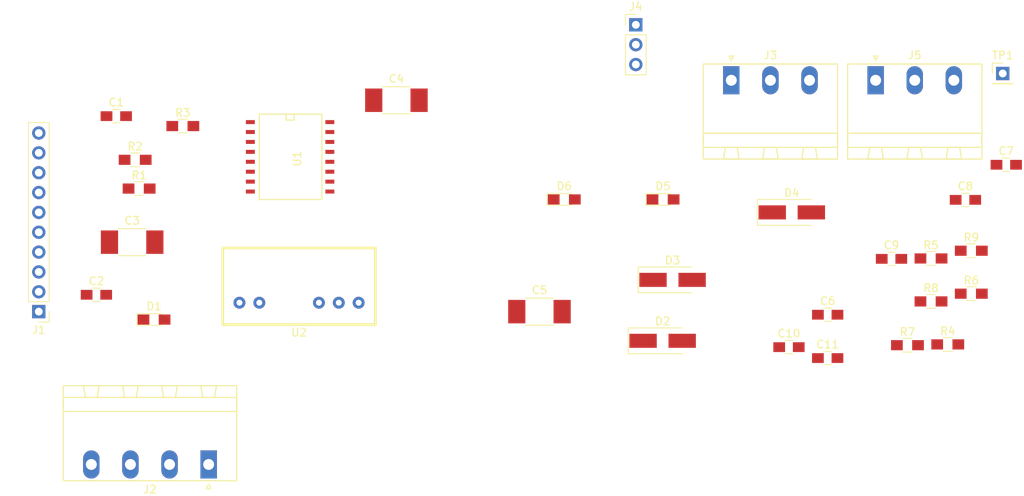
<source format=kicad_pcb>
(kicad_pcb (version 4) (host pcbnew 4.0.6)

  (general
    (links 71)
    (no_connects 71)
    (area 98.217667 100.581 229.411002 164.422)
    (thickness 1.6)
    (drawings 0)
    (tracks 0)
    (zones 0)
    (modules 34)
    (nets 21)
  )

  (page A4)
  (title_block
    (company "Switchcraft AS")
    (comment 1 N/A)
    (comment 2 EH)
    (comment 3 "Some description")
    (comment 4 here)
  )

  (layers
    (0 F.Cu signal)
    (31 B.Cu signal)
    (32 B.Adhes user)
    (33 F.Adhes user)
    (34 B.Paste user)
    (35 F.Paste user)
    (36 B.SilkS user)
    (37 F.SilkS user)
    (38 B.Mask user)
    (39 F.Mask user)
    (40 Dwgs.User user)
    (41 Cmts.User user)
    (42 Eco1.User user)
    (43 Eco2.User user)
    (44 Edge.Cuts user)
    (45 Margin user)
    (46 B.CrtYd user)
    (47 F.CrtYd user)
    (48 B.Fab user)
    (49 F.Fab user)
  )

  (setup
    (last_trace_width 0.25)
    (trace_clearance 0.2)
    (zone_clearance 0.508)
    (zone_45_only no)
    (trace_min 0.2)
    (segment_width 0.2)
    (edge_width 0.1)
    (via_size 0.6)
    (via_drill 0.4)
    (via_min_size 0.4)
    (via_min_drill 0.3)
    (uvia_size 0.3)
    (uvia_drill 0.1)
    (uvias_allowed no)
    (uvia_min_size 0.2)
    (uvia_min_drill 0.1)
    (pcb_text_width 0.3)
    (pcb_text_size 1.5 1.5)
    (mod_edge_width 0.15)
    (mod_text_size 1 1)
    (mod_text_width 0.15)
    (pad_size 1.5 1.5)
    (pad_drill 0.6)
    (pad_to_mask_clearance 0)
    (aux_axis_origin 0 0)
    (visible_elements FFFFFF7F)
    (pcbplotparams
      (layerselection 0x00030_80000001)
      (usegerberextensions false)
      (excludeedgelayer true)
      (linewidth 0.100000)
      (plotframeref false)
      (viasonmask false)
      (mode 1)
      (useauxorigin false)
      (hpglpennumber 1)
      (hpglpenspeed 20)
      (hpglpendiameter 15)
      (hpglpenoverlay 2)
      (psnegative false)
      (psa4output false)
      (plotreference true)
      (plotvalue true)
      (plotinvisibletext false)
      (padsonsilk false)
      (subtractmaskfromsilk false)
      (outputformat 1)
      (mirror false)
      (drillshape 1)
      (scaleselection 1)
      (outputdirectory ""))
  )

  (net 0 "")
  (net 1 VCC)
  (net 2 GND)
  (net 3 +15V)
  (net 4 "Net-(C6-Pad1)")
  (net 5 "Net-(D1-Pad2)")
  (net 6 "Net-(D2-Pad1)")
  (net 7 "Net-(D2-Pad2)")
  (net 8 "Net-(D3-Pad2)")
  (net 9 "Net-(D4-Pad1)")
  (net 10 "Net-(D4-Pad2)")
  (net 11 "Net-(D5-Pad2)")
  (net 12 "Net-(D6-Pad2)")
  (net 13 "Net-(J1-Pad4)")
  (net 14 "Net-(J1-Pad5)")
  (net 15 "Net-(J1-Pad6)")
  (net 16 "Net-(J1-Pad7)")
  (net 17 "Net-(J4-Pad2)")
  (net 18 VCC_ISO)
  (net 19 GND_ISO)
  (net 20 VEE_ISO)

  (net_class Default "This is the default net class."
    (clearance 0.2)
    (trace_width 0.25)
    (via_dia 0.6)
    (via_drill 0.4)
    (uvia_dia 0.3)
    (uvia_drill 0.1)
    (add_net +15V)
    (add_net GND)
    (add_net GND_ISO)
    (add_net "Net-(C6-Pad1)")
    (add_net "Net-(D1-Pad2)")
    (add_net "Net-(D2-Pad1)")
    (add_net "Net-(D2-Pad2)")
    (add_net "Net-(D3-Pad2)")
    (add_net "Net-(D4-Pad1)")
    (add_net "Net-(D4-Pad2)")
    (add_net "Net-(D5-Pad2)")
    (add_net "Net-(D6-Pad2)")
    (add_net "Net-(J1-Pad4)")
    (add_net "Net-(J1-Pad5)")
    (add_net "Net-(J1-Pad6)")
    (add_net "Net-(J1-Pad7)")
    (add_net "Net-(J4-Pad2)")
    (add_net VCC)
    (add_net VCC_ISO)
    (add_net VEE_ISO)
  )

  (module Capacitors_SMD:C_0805_HandSoldering (layer F.Cu) (tedit 58AA84A8) (tstamp 598269CF)
    (at 113.157 115.57)
    (descr "Capacitor SMD 0805, hand soldering")
    (tags "capacitor 0805")
    (path /5982539A)
    (attr smd)
    (fp_text reference C1 (at 0 -1.75) (layer F.SilkS)
      (effects (font (size 1 1) (thickness 0.15)))
    )
    (fp_text value 10u (at 0 1.75) (layer F.Fab)
      (effects (font (size 1 1) (thickness 0.15)))
    )
    (fp_text user %R (at 0 -1.75) (layer F.Fab)
      (effects (font (size 1 1) (thickness 0.15)))
    )
    (fp_line (start -1 0.62) (end -1 -0.62) (layer F.Fab) (width 0.1))
    (fp_line (start 1 0.62) (end -1 0.62) (layer F.Fab) (width 0.1))
    (fp_line (start 1 -0.62) (end 1 0.62) (layer F.Fab) (width 0.1))
    (fp_line (start -1 -0.62) (end 1 -0.62) (layer F.Fab) (width 0.1))
    (fp_line (start 0.5 -0.85) (end -0.5 -0.85) (layer F.SilkS) (width 0.12))
    (fp_line (start -0.5 0.85) (end 0.5 0.85) (layer F.SilkS) (width 0.12))
    (fp_line (start -2.25 -0.88) (end 2.25 -0.88) (layer F.CrtYd) (width 0.05))
    (fp_line (start -2.25 -0.88) (end -2.25 0.87) (layer F.CrtYd) (width 0.05))
    (fp_line (start 2.25 0.87) (end 2.25 -0.88) (layer F.CrtYd) (width 0.05))
    (fp_line (start 2.25 0.87) (end -2.25 0.87) (layer F.CrtYd) (width 0.05))
    (pad 1 smd rect (at -1.25 0) (size 1.5 1.25) (layers F.Cu F.Paste F.Mask)
      (net 1 VCC))
    (pad 2 smd rect (at 1.25 0) (size 1.5 1.25) (layers F.Cu F.Paste F.Mask)
      (net 2 GND))
    (model Capacitors_SMD.3dshapes/C_0805.wrl
      (at (xyz 0 0 0))
      (scale (xyz 1 1 1))
      (rotate (xyz 0 0 0))
    )
  )

  (module Capacitors_SMD:C_0805_HandSoldering (layer F.Cu) (tedit 58AA84A8) (tstamp 598269D5)
    (at 110.617 138.43)
    (descr "Capacitor SMD 0805, hand soldering")
    (tags "capacitor 0805")
    (path /59834C21)
    (attr smd)
    (fp_text reference C2 (at 0 -1.75) (layer F.SilkS)
      (effects (font (size 1 1) (thickness 0.15)))
    )
    (fp_text value 100n (at 0 1.75) (layer F.Fab)
      (effects (font (size 1 1) (thickness 0.15)))
    )
    (fp_text user %R (at 0 -1.75) (layer F.Fab)
      (effects (font (size 1 1) (thickness 0.15)))
    )
    (fp_line (start -1 0.62) (end -1 -0.62) (layer F.Fab) (width 0.1))
    (fp_line (start 1 0.62) (end -1 0.62) (layer F.Fab) (width 0.1))
    (fp_line (start 1 -0.62) (end 1 0.62) (layer F.Fab) (width 0.1))
    (fp_line (start -1 -0.62) (end 1 -0.62) (layer F.Fab) (width 0.1))
    (fp_line (start 0.5 -0.85) (end -0.5 -0.85) (layer F.SilkS) (width 0.12))
    (fp_line (start -0.5 0.85) (end 0.5 0.85) (layer F.SilkS) (width 0.12))
    (fp_line (start -2.25 -0.88) (end 2.25 -0.88) (layer F.CrtYd) (width 0.05))
    (fp_line (start -2.25 -0.88) (end -2.25 0.87) (layer F.CrtYd) (width 0.05))
    (fp_line (start 2.25 0.87) (end 2.25 -0.88) (layer F.CrtYd) (width 0.05))
    (fp_line (start 2.25 0.87) (end -2.25 0.87) (layer F.CrtYd) (width 0.05))
    (pad 1 smd rect (at -1.25 0) (size 1.5 1.25) (layers F.Cu F.Paste F.Mask)
      (net 1 VCC))
    (pad 2 smd rect (at 1.25 0) (size 1.5 1.25) (layers F.Cu F.Paste F.Mask)
      (net 2 GND))
    (model Capacitors_SMD.3dshapes/C_0805.wrl
      (at (xyz 0 0 0))
      (scale (xyz 1 1 1))
      (rotate (xyz 0 0 0))
    )
  )

  (module Capacitors_SMD:C_1812_HandSoldering (layer F.Cu) (tedit 58AA8525) (tstamp 598269DB)
    (at 115.189 131.699)
    (descr "Capacitor SMD 1812, hand soldering")
    (tags "capacitor 1812")
    (path /59826973)
    (attr smd)
    (fp_text reference C3 (at 0 -2.75) (layer F.SilkS)
      (effects (font (size 1 1) (thickness 0.15)))
    )
    (fp_text value 100u (at 0 2.75) (layer F.Fab)
      (effects (font (size 1 1) (thickness 0.15)))
    )
    (fp_text user %R (at 0 -2.75) (layer F.Fab)
      (effects (font (size 1 1) (thickness 0.15)))
    )
    (fp_line (start -2.25 1.6) (end -2.25 -1.6) (layer F.Fab) (width 0.1))
    (fp_line (start 2.3 1.6) (end -2.25 1.6) (layer F.Fab) (width 0.1))
    (fp_line (start 2.3 -1.6) (end 2.3 1.6) (layer F.Fab) (width 0.1))
    (fp_line (start -2.25 -1.6) (end 2.3 -1.6) (layer F.Fab) (width 0.1))
    (fp_line (start 1.8 -1.73) (end -1.8 -1.73) (layer F.SilkS) (width 0.12))
    (fp_line (start -1.8 1.73) (end 1.8 1.73) (layer F.SilkS) (width 0.12))
    (fp_line (start -4.25 -1.85) (end 4.25 -1.85) (layer F.CrtYd) (width 0.05))
    (fp_line (start -4.25 -1.85) (end -4.25 1.85) (layer F.CrtYd) (width 0.05))
    (fp_line (start 4.25 1.85) (end 4.25 -1.85) (layer F.CrtYd) (width 0.05))
    (fp_line (start 4.25 1.85) (end -4.25 1.85) (layer F.CrtYd) (width 0.05))
    (pad 1 smd rect (at -2.9 0) (size 2.2 3) (layers F.Cu F.Paste F.Mask)
      (net 3 +15V))
    (pad 2 smd rect (at 2.9 0) (size 2.2 3) (layers F.Cu F.Paste F.Mask)
      (net 2 GND))
    (model Capacitors_SMD.3dshapes/C_1812.wrl
      (at (xyz 0 0 0))
      (scale (xyz 1 1 1))
      (rotate (xyz 0 0 0))
    )
  )

  (module Capacitors_SMD:C_1812_HandSoldering (layer F.Cu) (tedit 58AA8525) (tstamp 598269E1)
    (at 148.971 113.538)
    (descr "Capacitor SMD 1812, hand soldering")
    (tags "capacitor 1812")
    (path /59822408)
    (attr smd)
    (fp_text reference C4 (at 0 -2.75) (layer F.SilkS)
      (effects (font (size 1 1) (thickness 0.15)))
    )
    (fp_text value 100u (at 0 2.75) (layer F.Fab)
      (effects (font (size 1 1) (thickness 0.15)))
    )
    (fp_text user %R (at 0 -2.75) (layer F.Fab)
      (effects (font (size 1 1) (thickness 0.15)))
    )
    (fp_line (start -2.25 1.6) (end -2.25 -1.6) (layer F.Fab) (width 0.1))
    (fp_line (start 2.3 1.6) (end -2.25 1.6) (layer F.Fab) (width 0.1))
    (fp_line (start 2.3 -1.6) (end 2.3 1.6) (layer F.Fab) (width 0.1))
    (fp_line (start -2.25 -1.6) (end 2.3 -1.6) (layer F.Fab) (width 0.1))
    (fp_line (start 1.8 -1.73) (end -1.8 -1.73) (layer F.SilkS) (width 0.12))
    (fp_line (start -1.8 1.73) (end 1.8 1.73) (layer F.SilkS) (width 0.12))
    (fp_line (start -4.25 -1.85) (end 4.25 -1.85) (layer F.CrtYd) (width 0.05))
    (fp_line (start -4.25 -1.85) (end -4.25 1.85) (layer F.CrtYd) (width 0.05))
    (fp_line (start 4.25 1.85) (end 4.25 -1.85) (layer F.CrtYd) (width 0.05))
    (fp_line (start 4.25 1.85) (end -4.25 1.85) (layer F.CrtYd) (width 0.05))
    (pad 1 smd rect (at -2.9 0) (size 2.2 3) (layers F.Cu F.Paste F.Mask)
      (net 18 VCC_ISO))
    (pad 2 smd rect (at 2.9 0) (size 2.2 3) (layers F.Cu F.Paste F.Mask)
      (net 19 GND_ISO))
    (model Capacitors_SMD.3dshapes/C_1812.wrl
      (at (xyz 0 0 0))
      (scale (xyz 1 1 1))
      (rotate (xyz 0 0 0))
    )
  )

  (module Capacitors_SMD:C_1812_HandSoldering (layer F.Cu) (tedit 58AA8525) (tstamp 598269E7)
    (at 167.259 140.589)
    (descr "Capacitor SMD 1812, hand soldering")
    (tags "capacitor 1812")
    (path /59822615)
    (attr smd)
    (fp_text reference C5 (at 0 -2.75) (layer F.SilkS)
      (effects (font (size 1 1) (thickness 0.15)))
    )
    (fp_text value 100u (at 0 2.75) (layer F.Fab)
      (effects (font (size 1 1) (thickness 0.15)))
    )
    (fp_text user %R (at 0 -2.75) (layer F.Fab)
      (effects (font (size 1 1) (thickness 0.15)))
    )
    (fp_line (start -2.25 1.6) (end -2.25 -1.6) (layer F.Fab) (width 0.1))
    (fp_line (start 2.3 1.6) (end -2.25 1.6) (layer F.Fab) (width 0.1))
    (fp_line (start 2.3 -1.6) (end 2.3 1.6) (layer F.Fab) (width 0.1))
    (fp_line (start -2.25 -1.6) (end 2.3 -1.6) (layer F.Fab) (width 0.1))
    (fp_line (start 1.8 -1.73) (end -1.8 -1.73) (layer F.SilkS) (width 0.12))
    (fp_line (start -1.8 1.73) (end 1.8 1.73) (layer F.SilkS) (width 0.12))
    (fp_line (start -4.25 -1.85) (end 4.25 -1.85) (layer F.CrtYd) (width 0.05))
    (fp_line (start -4.25 -1.85) (end -4.25 1.85) (layer F.CrtYd) (width 0.05))
    (fp_line (start 4.25 1.85) (end 4.25 -1.85) (layer F.CrtYd) (width 0.05))
    (fp_line (start 4.25 1.85) (end -4.25 1.85) (layer F.CrtYd) (width 0.05))
    (pad 1 smd rect (at -2.9 0) (size 2.2 3) (layers F.Cu F.Paste F.Mask)
      (net 19 GND_ISO))
    (pad 2 smd rect (at 2.9 0) (size 2.2 3) (layers F.Cu F.Paste F.Mask)
      (net 20 VEE_ISO))
    (model Capacitors_SMD.3dshapes/C_1812.wrl
      (at (xyz 0 0 0))
      (scale (xyz 1 1 1))
      (rotate (xyz 0 0 0))
    )
  )

  (module Capacitors_SMD:C_0805_HandSoldering (layer F.Cu) (tedit 58AA84A8) (tstamp 598269ED)
    (at 204.106001 140.982)
    (descr "Capacitor SMD 0805, hand soldering")
    (tags "capacitor 0805")
    (path /598339E3)
    (attr smd)
    (fp_text reference C6 (at 0 -1.75) (layer F.SilkS)
      (effects (font (size 1 1) (thickness 0.15)))
    )
    (fp_text value 100p (at 0 1.75) (layer F.Fab)
      (effects (font (size 1 1) (thickness 0.15)))
    )
    (fp_text user %R (at 0 -1.75) (layer F.Fab)
      (effects (font (size 1 1) (thickness 0.15)))
    )
    (fp_line (start -1 0.62) (end -1 -0.62) (layer F.Fab) (width 0.1))
    (fp_line (start 1 0.62) (end -1 0.62) (layer F.Fab) (width 0.1))
    (fp_line (start 1 -0.62) (end 1 0.62) (layer F.Fab) (width 0.1))
    (fp_line (start -1 -0.62) (end 1 -0.62) (layer F.Fab) (width 0.1))
    (fp_line (start 0.5 -0.85) (end -0.5 -0.85) (layer F.SilkS) (width 0.12))
    (fp_line (start -0.5 0.85) (end 0.5 0.85) (layer F.SilkS) (width 0.12))
    (fp_line (start -2.25 -0.88) (end 2.25 -0.88) (layer F.CrtYd) (width 0.05))
    (fp_line (start -2.25 -0.88) (end -2.25 0.87) (layer F.CrtYd) (width 0.05))
    (fp_line (start 2.25 0.87) (end 2.25 -0.88) (layer F.CrtYd) (width 0.05))
    (fp_line (start 2.25 0.87) (end -2.25 0.87) (layer F.CrtYd) (width 0.05))
    (pad 1 smd rect (at -1.25 0) (size 1.5 1.25) (layers F.Cu F.Paste F.Mask)
      (net 4 "Net-(C6-Pad1)"))
    (pad 2 smd rect (at 1.25 0) (size 1.5 1.25) (layers F.Cu F.Paste F.Mask)
      (net 19 GND_ISO))
    (model Capacitors_SMD.3dshapes/C_0805.wrl
      (at (xyz 0 0 0))
      (scale (xyz 1 1 1))
      (rotate (xyz 0 0 0))
    )
  )

  (module Capacitors_SMD:C_0805_HandSoldering (layer F.Cu) (tedit 58AA84A8) (tstamp 598269F3)
    (at 226.936001 121.792)
    (descr "Capacitor SMD 0805, hand soldering")
    (tags "capacitor 0805")
    (path /5982A4DB)
    (attr smd)
    (fp_text reference C7 (at 0 -1.75) (layer F.SilkS)
      (effects (font (size 1 1) (thickness 0.15)))
    )
    (fp_text value 10u (at 0 1.75) (layer F.Fab)
      (effects (font (size 1 1) (thickness 0.15)))
    )
    (fp_text user %R (at 0 -1.75) (layer F.Fab)
      (effects (font (size 1 1) (thickness 0.15)))
    )
    (fp_line (start -1 0.62) (end -1 -0.62) (layer F.Fab) (width 0.1))
    (fp_line (start 1 0.62) (end -1 0.62) (layer F.Fab) (width 0.1))
    (fp_line (start 1 -0.62) (end 1 0.62) (layer F.Fab) (width 0.1))
    (fp_line (start -1 -0.62) (end 1 -0.62) (layer F.Fab) (width 0.1))
    (fp_line (start 0.5 -0.85) (end -0.5 -0.85) (layer F.SilkS) (width 0.12))
    (fp_line (start -0.5 0.85) (end 0.5 0.85) (layer F.SilkS) (width 0.12))
    (fp_line (start -2.25 -0.88) (end 2.25 -0.88) (layer F.CrtYd) (width 0.05))
    (fp_line (start -2.25 -0.88) (end -2.25 0.87) (layer F.CrtYd) (width 0.05))
    (fp_line (start 2.25 0.87) (end 2.25 -0.88) (layer F.CrtYd) (width 0.05))
    (fp_line (start 2.25 0.87) (end -2.25 0.87) (layer F.CrtYd) (width 0.05))
    (pad 1 smd rect (at -1.25 0) (size 1.5 1.25) (layers F.Cu F.Paste F.Mask)
      (net 18 VCC_ISO))
    (pad 2 smd rect (at 1.25 0) (size 1.5 1.25) (layers F.Cu F.Paste F.Mask)
      (net 20 VEE_ISO))
    (model Capacitors_SMD.3dshapes/C_0805.wrl
      (at (xyz 0 0 0))
      (scale (xyz 1 1 1))
      (rotate (xyz 0 0 0))
    )
  )

  (module Capacitors_SMD:C_0805_HandSoldering (layer F.Cu) (tedit 58AA84A8) (tstamp 598269F9)
    (at 221.716001 126.282)
    (descr "Capacitor SMD 0805, hand soldering")
    (tags "capacitor 0805")
    (path /59823DF1)
    (attr smd)
    (fp_text reference C8 (at 0 -1.75) (layer F.SilkS)
      (effects (font (size 1 1) (thickness 0.15)))
    )
    (fp_text value 10u (at 0 1.75) (layer F.Fab)
      (effects (font (size 1 1) (thickness 0.15)))
    )
    (fp_text user %R (at 0 -1.75) (layer F.Fab)
      (effects (font (size 1 1) (thickness 0.15)))
    )
    (fp_line (start -1 0.62) (end -1 -0.62) (layer F.Fab) (width 0.1))
    (fp_line (start 1 0.62) (end -1 0.62) (layer F.Fab) (width 0.1))
    (fp_line (start 1 -0.62) (end 1 0.62) (layer F.Fab) (width 0.1))
    (fp_line (start -1 -0.62) (end 1 -0.62) (layer F.Fab) (width 0.1))
    (fp_line (start 0.5 -0.85) (end -0.5 -0.85) (layer F.SilkS) (width 0.12))
    (fp_line (start -0.5 0.85) (end 0.5 0.85) (layer F.SilkS) (width 0.12))
    (fp_line (start -2.25 -0.88) (end 2.25 -0.88) (layer F.CrtYd) (width 0.05))
    (fp_line (start -2.25 -0.88) (end -2.25 0.87) (layer F.CrtYd) (width 0.05))
    (fp_line (start 2.25 0.87) (end 2.25 -0.88) (layer F.CrtYd) (width 0.05))
    (fp_line (start 2.25 0.87) (end -2.25 0.87) (layer F.CrtYd) (width 0.05))
    (pad 1 smd rect (at -1.25 0) (size 1.5 1.25) (layers F.Cu F.Paste F.Mask)
      (net 18 VCC_ISO))
    (pad 2 smd rect (at 1.25 0) (size 1.5 1.25) (layers F.Cu F.Paste F.Mask)
      (net 19 GND_ISO))
    (model Capacitors_SMD.3dshapes/C_0805.wrl
      (at (xyz 0 0 0))
      (scale (xyz 1 1 1))
      (rotate (xyz 0 0 0))
    )
  )

  (module Capacitors_SMD:C_0805_HandSoldering (layer F.Cu) (tedit 58AA84A8) (tstamp 598269FF)
    (at 212.266001 133.832)
    (descr "Capacitor SMD 0805, hand soldering")
    (tags "capacitor 0805")
    (path /59823E63)
    (attr smd)
    (fp_text reference C9 (at 0 -1.75) (layer F.SilkS)
      (effects (font (size 1 1) (thickness 0.15)))
    )
    (fp_text value 10u (at 0 1.75) (layer F.Fab)
      (effects (font (size 1 1) (thickness 0.15)))
    )
    (fp_text user %R (at 0 -1.75) (layer F.Fab)
      (effects (font (size 1 1) (thickness 0.15)))
    )
    (fp_line (start -1 0.62) (end -1 -0.62) (layer F.Fab) (width 0.1))
    (fp_line (start 1 0.62) (end -1 0.62) (layer F.Fab) (width 0.1))
    (fp_line (start 1 -0.62) (end 1 0.62) (layer F.Fab) (width 0.1))
    (fp_line (start -1 -0.62) (end 1 -0.62) (layer F.Fab) (width 0.1))
    (fp_line (start 0.5 -0.85) (end -0.5 -0.85) (layer F.SilkS) (width 0.12))
    (fp_line (start -0.5 0.85) (end 0.5 0.85) (layer F.SilkS) (width 0.12))
    (fp_line (start -2.25 -0.88) (end 2.25 -0.88) (layer F.CrtYd) (width 0.05))
    (fp_line (start -2.25 -0.88) (end -2.25 0.87) (layer F.CrtYd) (width 0.05))
    (fp_line (start 2.25 0.87) (end 2.25 -0.88) (layer F.CrtYd) (width 0.05))
    (fp_line (start 2.25 0.87) (end -2.25 0.87) (layer F.CrtYd) (width 0.05))
    (pad 1 smd rect (at -1.25 0) (size 1.5 1.25) (layers F.Cu F.Paste F.Mask)
      (net 19 GND_ISO))
    (pad 2 smd rect (at 1.25 0) (size 1.5 1.25) (layers F.Cu F.Paste F.Mask)
      (net 20 VEE_ISO))
    (model Capacitors_SMD.3dshapes/C_0805.wrl
      (at (xyz 0 0 0))
      (scale (xyz 1 1 1))
      (rotate (xyz 0 0 0))
    )
  )

  (module Capacitors_SMD:C_0805_HandSoldering (layer F.Cu) (tedit 58AA84A8) (tstamp 59826A05)
    (at 199.156001 145.132)
    (descr "Capacitor SMD 0805, hand soldering")
    (tags "capacitor 0805")
    (path /5983454A)
    (attr smd)
    (fp_text reference C10 (at 0 -1.75) (layer F.SilkS)
      (effects (font (size 1 1) (thickness 0.15)))
    )
    (fp_text value 100n (at 0 1.75) (layer F.Fab)
      (effects (font (size 1 1) (thickness 0.15)))
    )
    (fp_text user %R (at 0 -1.75) (layer F.Fab)
      (effects (font (size 1 1) (thickness 0.15)))
    )
    (fp_line (start -1 0.62) (end -1 -0.62) (layer F.Fab) (width 0.1))
    (fp_line (start 1 0.62) (end -1 0.62) (layer F.Fab) (width 0.1))
    (fp_line (start 1 -0.62) (end 1 0.62) (layer F.Fab) (width 0.1))
    (fp_line (start -1 -0.62) (end 1 -0.62) (layer F.Fab) (width 0.1))
    (fp_line (start 0.5 -0.85) (end -0.5 -0.85) (layer F.SilkS) (width 0.12))
    (fp_line (start -0.5 0.85) (end 0.5 0.85) (layer F.SilkS) (width 0.12))
    (fp_line (start -2.25 -0.88) (end 2.25 -0.88) (layer F.CrtYd) (width 0.05))
    (fp_line (start -2.25 -0.88) (end -2.25 0.87) (layer F.CrtYd) (width 0.05))
    (fp_line (start 2.25 0.87) (end 2.25 -0.88) (layer F.CrtYd) (width 0.05))
    (fp_line (start 2.25 0.87) (end -2.25 0.87) (layer F.CrtYd) (width 0.05))
    (pad 1 smd rect (at -1.25 0) (size 1.5 1.25) (layers F.Cu F.Paste F.Mask)
      (net 18 VCC_ISO))
    (pad 2 smd rect (at 1.25 0) (size 1.5 1.25) (layers F.Cu F.Paste F.Mask)
      (net 19 GND_ISO))
    (model Capacitors_SMD.3dshapes/C_0805.wrl
      (at (xyz 0 0 0))
      (scale (xyz 1 1 1))
      (rotate (xyz 0 0 0))
    )
  )

  (module Capacitors_SMD:C_0805_HandSoldering (layer F.Cu) (tedit 58AA84A8) (tstamp 59826A0B)
    (at 204.106001 146.532)
    (descr "Capacitor SMD 0805, hand soldering")
    (tags "capacitor 0805")
    (path /598345D9)
    (attr smd)
    (fp_text reference C11 (at 0 -1.75) (layer F.SilkS)
      (effects (font (size 1 1) (thickness 0.15)))
    )
    (fp_text value 100n (at 0 1.75) (layer F.Fab)
      (effects (font (size 1 1) (thickness 0.15)))
    )
    (fp_text user %R (at 0 -1.75) (layer F.Fab)
      (effects (font (size 1 1) (thickness 0.15)))
    )
    (fp_line (start -1 0.62) (end -1 -0.62) (layer F.Fab) (width 0.1))
    (fp_line (start 1 0.62) (end -1 0.62) (layer F.Fab) (width 0.1))
    (fp_line (start 1 -0.62) (end 1 0.62) (layer F.Fab) (width 0.1))
    (fp_line (start -1 -0.62) (end 1 -0.62) (layer F.Fab) (width 0.1))
    (fp_line (start 0.5 -0.85) (end -0.5 -0.85) (layer F.SilkS) (width 0.12))
    (fp_line (start -0.5 0.85) (end 0.5 0.85) (layer F.SilkS) (width 0.12))
    (fp_line (start -2.25 -0.88) (end 2.25 -0.88) (layer F.CrtYd) (width 0.05))
    (fp_line (start -2.25 -0.88) (end -2.25 0.87) (layer F.CrtYd) (width 0.05))
    (fp_line (start 2.25 0.87) (end 2.25 -0.88) (layer F.CrtYd) (width 0.05))
    (fp_line (start 2.25 0.87) (end -2.25 0.87) (layer F.CrtYd) (width 0.05))
    (pad 1 smd rect (at -1.25 0) (size 1.5 1.25) (layers F.Cu F.Paste F.Mask)
      (net 19 GND_ISO))
    (pad 2 smd rect (at 1.25 0) (size 1.5 1.25) (layers F.Cu F.Paste F.Mask)
      (net 20 VEE_ISO))
    (model Capacitors_SMD.3dshapes/C_0805.wrl
      (at (xyz 0 0 0))
      (scale (xyz 1 1 1))
      (rotate (xyz 0 0 0))
    )
  )

  (module LEDs:LED_0805_HandSoldering (layer F.Cu) (tedit 595FCA25) (tstamp 59826A11)
    (at 117.983 141.605)
    (descr "Resistor SMD 0805, hand soldering")
    (tags "resistor 0805")
    (path /5981E178)
    (attr smd)
    (fp_text reference D1 (at 0 -1.7) (layer F.SilkS)
      (effects (font (size 1 1) (thickness 0.15)))
    )
    (fp_text value "RED PWR LED" (at 0 1.75) (layer F.Fab)
      (effects (font (size 1 1) (thickness 0.15)))
    )
    (fp_line (start -0.4 -0.4) (end -0.4 0.4) (layer F.Fab) (width 0.1))
    (fp_line (start -0.4 0) (end 0.2 -0.4) (layer F.Fab) (width 0.1))
    (fp_line (start 0.2 0.4) (end -0.4 0) (layer F.Fab) (width 0.1))
    (fp_line (start 0.2 -0.4) (end 0.2 0.4) (layer F.Fab) (width 0.1))
    (fp_line (start -1 0.62) (end -1 -0.62) (layer F.Fab) (width 0.1))
    (fp_line (start 1 0.62) (end -1 0.62) (layer F.Fab) (width 0.1))
    (fp_line (start 1 -0.62) (end 1 0.62) (layer F.Fab) (width 0.1))
    (fp_line (start -1 -0.62) (end 1 -0.62) (layer F.Fab) (width 0.1))
    (fp_line (start 1 0.75) (end -2.2 0.75) (layer F.SilkS) (width 0.12))
    (fp_line (start -2.2 -0.75) (end 1 -0.75) (layer F.SilkS) (width 0.12))
    (fp_line (start -2.35 -0.9) (end 2.35 -0.9) (layer F.CrtYd) (width 0.05))
    (fp_line (start -2.35 -0.9) (end -2.35 0.9) (layer F.CrtYd) (width 0.05))
    (fp_line (start 2.35 0.9) (end 2.35 -0.9) (layer F.CrtYd) (width 0.05))
    (fp_line (start 2.35 0.9) (end -2.35 0.9) (layer F.CrtYd) (width 0.05))
    (fp_line (start -2.2 -0.75) (end -2.2 0.75) (layer F.SilkS) (width 0.12))
    (pad 1 smd rect (at -1.35 0) (size 1.5 1.3) (layers F.Cu F.Paste F.Mask)
      (net 2 GND))
    (pad 2 smd rect (at 1.35 0) (size 1.5 1.3) (layers F.Cu F.Paste F.Mask)
      (net 5 "Net-(D1-Pad2)"))
    (model ${KISYS3DMOD}/LEDs.3dshapes/LED_0805.wrl
      (at (xyz 0 0 0))
      (scale (xyz 1 1 1))
      (rotate (xyz 0 0 0))
    )
  )

  (module Diodes_SMD:D_SMA_Handsoldering (layer F.Cu) (tedit 58643398) (tstamp 59826A17)
    (at 183.006001 144.322)
    (descr "Diode SMA (DO-214AC) Handsoldering")
    (tags "Diode SMA (DO-214AC) Handsoldering")
    (path /59820126)
    (attr smd)
    (fp_text reference D2 (at 0 -2.5) (layer F.SilkS)
      (effects (font (size 1 1) (thickness 0.15)))
    )
    (fp_text value D (at 0 2.6) (layer F.Fab)
      (effects (font (size 1 1) (thickness 0.15)))
    )
    (fp_text user %R (at 0 -2.5) (layer F.Fab)
      (effects (font (size 1 1) (thickness 0.15)))
    )
    (fp_line (start -4.4 -1.65) (end -4.4 1.65) (layer F.SilkS) (width 0.12))
    (fp_line (start 2.3 1.5) (end -2.3 1.5) (layer F.Fab) (width 0.1))
    (fp_line (start -2.3 1.5) (end -2.3 -1.5) (layer F.Fab) (width 0.1))
    (fp_line (start 2.3 -1.5) (end 2.3 1.5) (layer F.Fab) (width 0.1))
    (fp_line (start 2.3 -1.5) (end -2.3 -1.5) (layer F.Fab) (width 0.1))
    (fp_line (start -4.5 -1.75) (end 4.5 -1.75) (layer F.CrtYd) (width 0.05))
    (fp_line (start 4.5 -1.75) (end 4.5 1.75) (layer F.CrtYd) (width 0.05))
    (fp_line (start 4.5 1.75) (end -4.5 1.75) (layer F.CrtYd) (width 0.05))
    (fp_line (start -4.5 1.75) (end -4.5 -1.75) (layer F.CrtYd) (width 0.05))
    (fp_line (start -0.64944 0.00102) (end -1.55114 0.00102) (layer F.Fab) (width 0.1))
    (fp_line (start 0.50118 0.00102) (end 1.4994 0.00102) (layer F.Fab) (width 0.1))
    (fp_line (start -0.64944 -0.79908) (end -0.64944 0.80112) (layer F.Fab) (width 0.1))
    (fp_line (start 0.50118 0.75032) (end 0.50118 -0.79908) (layer F.Fab) (width 0.1))
    (fp_line (start -0.64944 0.00102) (end 0.50118 0.75032) (layer F.Fab) (width 0.1))
    (fp_line (start -0.64944 0.00102) (end 0.50118 -0.79908) (layer F.Fab) (width 0.1))
    (fp_line (start -4.4 1.65) (end 2.5 1.65) (layer F.SilkS) (width 0.12))
    (fp_line (start -4.4 -1.65) (end 2.5 -1.65) (layer F.SilkS) (width 0.12))
    (pad 1 smd rect (at -2.5 0) (size 3.5 1.8) (layers F.Cu F.Paste F.Mask)
      (net 6 "Net-(D2-Pad1)"))
    (pad 2 smd rect (at 2.5 0) (size 3.5 1.8) (layers F.Cu F.Paste F.Mask)
      (net 7 "Net-(D2-Pad2)"))
    (model ${KISYS3DMOD}/Diodes_SMD.3dshapes/D_SMA.wrl
      (at (xyz 0 0 0))
      (scale (xyz 1 1 1))
      (rotate (xyz 0 0 0))
    )
  )

  (module Diodes_SMD:D_SMA_Handsoldering (layer F.Cu) (tedit 58643398) (tstamp 59826A1D)
    (at 184.277 136.525)
    (descr "Diode SMA (DO-214AC) Handsoldering")
    (tags "Diode SMA (DO-214AC) Handsoldering")
    (path /598201DB)
    (attr smd)
    (fp_text reference D3 (at 0 -2.5) (layer F.SilkS)
      (effects (font (size 1 1) (thickness 0.15)))
    )
    (fp_text value D (at 0 2.6) (layer F.Fab)
      (effects (font (size 1 1) (thickness 0.15)))
    )
    (fp_text user %R (at 0 -2.5) (layer F.Fab)
      (effects (font (size 1 1) (thickness 0.15)))
    )
    (fp_line (start -4.4 -1.65) (end -4.4 1.65) (layer F.SilkS) (width 0.12))
    (fp_line (start 2.3 1.5) (end -2.3 1.5) (layer F.Fab) (width 0.1))
    (fp_line (start -2.3 1.5) (end -2.3 -1.5) (layer F.Fab) (width 0.1))
    (fp_line (start 2.3 -1.5) (end 2.3 1.5) (layer F.Fab) (width 0.1))
    (fp_line (start 2.3 -1.5) (end -2.3 -1.5) (layer F.Fab) (width 0.1))
    (fp_line (start -4.5 -1.75) (end 4.5 -1.75) (layer F.CrtYd) (width 0.05))
    (fp_line (start 4.5 -1.75) (end 4.5 1.75) (layer F.CrtYd) (width 0.05))
    (fp_line (start 4.5 1.75) (end -4.5 1.75) (layer F.CrtYd) (width 0.05))
    (fp_line (start -4.5 1.75) (end -4.5 -1.75) (layer F.CrtYd) (width 0.05))
    (fp_line (start -0.64944 0.00102) (end -1.55114 0.00102) (layer F.Fab) (width 0.1))
    (fp_line (start 0.50118 0.00102) (end 1.4994 0.00102) (layer F.Fab) (width 0.1))
    (fp_line (start -0.64944 -0.79908) (end -0.64944 0.80112) (layer F.Fab) (width 0.1))
    (fp_line (start 0.50118 0.75032) (end 0.50118 -0.79908) (layer F.Fab) (width 0.1))
    (fp_line (start -0.64944 0.00102) (end 0.50118 0.75032) (layer F.Fab) (width 0.1))
    (fp_line (start -0.64944 0.00102) (end 0.50118 -0.79908) (layer F.Fab) (width 0.1))
    (fp_line (start -4.4 1.65) (end 2.5 1.65) (layer F.SilkS) (width 0.12))
    (fp_line (start -4.4 -1.65) (end 2.5 -1.65) (layer F.SilkS) (width 0.12))
    (pad 1 smd rect (at -2.5 0) (size 3.5 1.8) (layers F.Cu F.Paste F.Mask)
      (net 7 "Net-(D2-Pad2)"))
    (pad 2 smd rect (at 2.5 0) (size 3.5 1.8) (layers F.Cu F.Paste F.Mask)
      (net 8 "Net-(D3-Pad2)"))
    (model ${KISYS3DMOD}/Diodes_SMD.3dshapes/D_SMA.wrl
      (at (xyz 0 0 0))
      (scale (xyz 1 1 1))
      (rotate (xyz 0 0 0))
    )
  )

  (module Diodes_SMD:D_SMA_Handsoldering (layer F.Cu) (tedit 58643398) (tstamp 59826A23)
    (at 199.517 127.889)
    (descr "Diode SMA (DO-214AC) Handsoldering")
    (tags "Diode SMA (DO-214AC) Handsoldering")
    (path /59833890)
    (attr smd)
    (fp_text reference D4 (at 0 -2.5) (layer F.SilkS)
      (effects (font (size 1 1) (thickness 0.15)))
    )
    (fp_text value ES1F (at 0 2.6) (layer F.Fab)
      (effects (font (size 1 1) (thickness 0.15)))
    )
    (fp_text user %R (at 0 -2.5) (layer F.Fab)
      (effects (font (size 1 1) (thickness 0.15)))
    )
    (fp_line (start -4.4 -1.65) (end -4.4 1.65) (layer F.SilkS) (width 0.12))
    (fp_line (start 2.3 1.5) (end -2.3 1.5) (layer F.Fab) (width 0.1))
    (fp_line (start -2.3 1.5) (end -2.3 -1.5) (layer F.Fab) (width 0.1))
    (fp_line (start 2.3 -1.5) (end 2.3 1.5) (layer F.Fab) (width 0.1))
    (fp_line (start 2.3 -1.5) (end -2.3 -1.5) (layer F.Fab) (width 0.1))
    (fp_line (start -4.5 -1.75) (end 4.5 -1.75) (layer F.CrtYd) (width 0.05))
    (fp_line (start 4.5 -1.75) (end 4.5 1.75) (layer F.CrtYd) (width 0.05))
    (fp_line (start 4.5 1.75) (end -4.5 1.75) (layer F.CrtYd) (width 0.05))
    (fp_line (start -4.5 1.75) (end -4.5 -1.75) (layer F.CrtYd) (width 0.05))
    (fp_line (start -0.64944 0.00102) (end -1.55114 0.00102) (layer F.Fab) (width 0.1))
    (fp_line (start 0.50118 0.00102) (end 1.4994 0.00102) (layer F.Fab) (width 0.1))
    (fp_line (start -0.64944 -0.79908) (end -0.64944 0.80112) (layer F.Fab) (width 0.1))
    (fp_line (start 0.50118 0.75032) (end 0.50118 -0.79908) (layer F.Fab) (width 0.1))
    (fp_line (start -0.64944 0.00102) (end 0.50118 0.75032) (layer F.Fab) (width 0.1))
    (fp_line (start -0.64944 0.00102) (end 0.50118 -0.79908) (layer F.Fab) (width 0.1))
    (fp_line (start -4.4 1.65) (end 2.5 1.65) (layer F.SilkS) (width 0.12))
    (fp_line (start -4.4 -1.65) (end 2.5 -1.65) (layer F.SilkS) (width 0.12))
    (pad 1 smd rect (at -2.5 0) (size 3.5 1.8) (layers F.Cu F.Paste F.Mask)
      (net 9 "Net-(D4-Pad1)"))
    (pad 2 smd rect (at 2.5 0) (size 3.5 1.8) (layers F.Cu F.Paste F.Mask)
      (net 10 "Net-(D4-Pad2)"))
    (model ${KISYS3DMOD}/Diodes_SMD.3dshapes/D_SMA.wrl
      (at (xyz 0 0 0))
      (scale (xyz 1 1 1))
      (rotate (xyz 0 0 0))
    )
  )

  (module LEDs:LED_0805_HandSoldering (layer F.Cu) (tedit 595FCA25) (tstamp 59826A29)
    (at 183.060048 126.232)
    (descr "Resistor SMD 0805, hand soldering")
    (tags "resistor 0805")
    (path /5981F6BE)
    (attr smd)
    (fp_text reference D5 (at 0 -1.7) (layer F.SilkS)
      (effects (font (size 1 1) (thickness 0.15)))
    )
    (fp_text value "GREEN PWR LED" (at 0 1.75) (layer F.Fab)
      (effects (font (size 1 1) (thickness 0.15)))
    )
    (fp_line (start -0.4 -0.4) (end -0.4 0.4) (layer F.Fab) (width 0.1))
    (fp_line (start -0.4 0) (end 0.2 -0.4) (layer F.Fab) (width 0.1))
    (fp_line (start 0.2 0.4) (end -0.4 0) (layer F.Fab) (width 0.1))
    (fp_line (start 0.2 -0.4) (end 0.2 0.4) (layer F.Fab) (width 0.1))
    (fp_line (start -1 0.62) (end -1 -0.62) (layer F.Fab) (width 0.1))
    (fp_line (start 1 0.62) (end -1 0.62) (layer F.Fab) (width 0.1))
    (fp_line (start 1 -0.62) (end 1 0.62) (layer F.Fab) (width 0.1))
    (fp_line (start -1 -0.62) (end 1 -0.62) (layer F.Fab) (width 0.1))
    (fp_line (start 1 0.75) (end -2.2 0.75) (layer F.SilkS) (width 0.12))
    (fp_line (start -2.2 -0.75) (end 1 -0.75) (layer F.SilkS) (width 0.12))
    (fp_line (start -2.35 -0.9) (end 2.35 -0.9) (layer F.CrtYd) (width 0.05))
    (fp_line (start -2.35 -0.9) (end -2.35 0.9) (layer F.CrtYd) (width 0.05))
    (fp_line (start 2.35 0.9) (end 2.35 -0.9) (layer F.CrtYd) (width 0.05))
    (fp_line (start 2.35 0.9) (end -2.35 0.9) (layer F.CrtYd) (width 0.05))
    (fp_line (start -2.2 -0.75) (end -2.2 0.75) (layer F.SilkS) (width 0.12))
    (pad 1 smd rect (at -1.35 0) (size 1.5 1.3) (layers F.Cu F.Paste F.Mask)
      (net 19 GND_ISO))
    (pad 2 smd rect (at 1.35 0) (size 1.5 1.3) (layers F.Cu F.Paste F.Mask)
      (net 11 "Net-(D5-Pad2)"))
    (model ${KISYS3DMOD}/LEDs.3dshapes/LED_0805.wrl
      (at (xyz 0 0 0))
      (scale (xyz 1 1 1))
      (rotate (xyz 0 0 0))
    )
  )

  (module LEDs:LED_0805_HandSoldering (layer F.Cu) (tedit 595FCA25) (tstamp 59826A2F)
    (at 170.430048 126.232)
    (descr "Resistor SMD 0805, hand soldering")
    (tags "resistor 0805")
    (path /598218C2)
    (attr smd)
    (fp_text reference D6 (at 0 -1.7) (layer F.SilkS)
      (effects (font (size 1 1) (thickness 0.15)))
    )
    (fp_text value "GREEN PWR LED" (at 0 1.75) (layer F.Fab)
      (effects (font (size 1 1) (thickness 0.15)))
    )
    (fp_line (start -0.4 -0.4) (end -0.4 0.4) (layer F.Fab) (width 0.1))
    (fp_line (start -0.4 0) (end 0.2 -0.4) (layer F.Fab) (width 0.1))
    (fp_line (start 0.2 0.4) (end -0.4 0) (layer F.Fab) (width 0.1))
    (fp_line (start 0.2 -0.4) (end 0.2 0.4) (layer F.Fab) (width 0.1))
    (fp_line (start -1 0.62) (end -1 -0.62) (layer F.Fab) (width 0.1))
    (fp_line (start 1 0.62) (end -1 0.62) (layer F.Fab) (width 0.1))
    (fp_line (start 1 -0.62) (end 1 0.62) (layer F.Fab) (width 0.1))
    (fp_line (start -1 -0.62) (end 1 -0.62) (layer F.Fab) (width 0.1))
    (fp_line (start 1 0.75) (end -2.2 0.75) (layer F.SilkS) (width 0.12))
    (fp_line (start -2.2 -0.75) (end 1 -0.75) (layer F.SilkS) (width 0.12))
    (fp_line (start -2.35 -0.9) (end 2.35 -0.9) (layer F.CrtYd) (width 0.05))
    (fp_line (start -2.35 -0.9) (end -2.35 0.9) (layer F.CrtYd) (width 0.05))
    (fp_line (start 2.35 0.9) (end 2.35 -0.9) (layer F.CrtYd) (width 0.05))
    (fp_line (start 2.35 0.9) (end -2.35 0.9) (layer F.CrtYd) (width 0.05))
    (fp_line (start -2.2 -0.75) (end -2.2 0.75) (layer F.SilkS) (width 0.12))
    (pad 1 smd rect (at -1.35 0) (size 1.5 1.3) (layers F.Cu F.Paste F.Mask)
      (net 20 VEE_ISO))
    (pad 2 smd rect (at 1.35 0) (size 1.5 1.3) (layers F.Cu F.Paste F.Mask)
      (net 12 "Net-(D6-Pad2)"))
    (model ${KISYS3DMOD}/LEDs.3dshapes/LED_0805.wrl
      (at (xyz 0 0 0))
      (scale (xyz 1 1 1))
      (rotate (xyz 0 0 0))
    )
  )

  (module Pin_Headers:Pin_Header_Straight_1x10_Pitch2.54mm (layer F.Cu) (tedit 59650532) (tstamp 59826A3D)
    (at 103.251 140.589 180)
    (descr "Through hole straight pin header, 1x10, 2.54mm pitch, single row")
    (tags "Through hole pin header THT 1x10 2.54mm single row")
    (path /5982A384)
    (fp_text reference J1 (at 0 -2.33 180) (layer F.SilkS)
      (effects (font (size 1 1) (thickness 0.15)))
    )
    (fp_text value CONN_01X10 (at 0 25.19 180) (layer F.Fab)
      (effects (font (size 1 1) (thickness 0.15)))
    )
    (fp_line (start -0.635 -1.27) (end 1.27 -1.27) (layer F.Fab) (width 0.1))
    (fp_line (start 1.27 -1.27) (end 1.27 24.13) (layer F.Fab) (width 0.1))
    (fp_line (start 1.27 24.13) (end -1.27 24.13) (layer F.Fab) (width 0.1))
    (fp_line (start -1.27 24.13) (end -1.27 -0.635) (layer F.Fab) (width 0.1))
    (fp_line (start -1.27 -0.635) (end -0.635 -1.27) (layer F.Fab) (width 0.1))
    (fp_line (start -1.33 24.19) (end 1.33 24.19) (layer F.SilkS) (width 0.12))
    (fp_line (start -1.33 1.27) (end -1.33 24.19) (layer F.SilkS) (width 0.12))
    (fp_line (start 1.33 1.27) (end 1.33 24.19) (layer F.SilkS) (width 0.12))
    (fp_line (start -1.33 1.27) (end 1.33 1.27) (layer F.SilkS) (width 0.12))
    (fp_line (start -1.33 0) (end -1.33 -1.33) (layer F.SilkS) (width 0.12))
    (fp_line (start -1.33 -1.33) (end 0 -1.33) (layer F.SilkS) (width 0.12))
    (fp_line (start -1.8 -1.8) (end -1.8 24.65) (layer F.CrtYd) (width 0.05))
    (fp_line (start -1.8 24.65) (end 1.8 24.65) (layer F.CrtYd) (width 0.05))
    (fp_line (start 1.8 24.65) (end 1.8 -1.8) (layer F.CrtYd) (width 0.05))
    (fp_line (start 1.8 -1.8) (end -1.8 -1.8) (layer F.CrtYd) (width 0.05))
    (fp_text user %R (at 0 11.43 270) (layer F.Fab)
      (effects (font (size 1 1) (thickness 0.15)))
    )
    (pad 1 thru_hole rect (at 0 0 180) (size 1.7 1.7) (drill 1) (layers *.Cu *.Mask)
      (net 2 GND))
    (pad 2 thru_hole oval (at 0 2.54 180) (size 1.7 1.7) (drill 1) (layers *.Cu *.Mask))
    (pad 3 thru_hole oval (at 0 5.08 180) (size 1.7 1.7) (drill 1) (layers *.Cu *.Mask))
    (pad 4 thru_hole oval (at 0 7.62 180) (size 1.7 1.7) (drill 1) (layers *.Cu *.Mask)
      (net 13 "Net-(J1-Pad4)"))
    (pad 5 thru_hole oval (at 0 10.16 180) (size 1.7 1.7) (drill 1) (layers *.Cu *.Mask)
      (net 14 "Net-(J1-Pad5)"))
    (pad 6 thru_hole oval (at 0 12.7 180) (size 1.7 1.7) (drill 1) (layers *.Cu *.Mask)
      (net 15 "Net-(J1-Pad6)"))
    (pad 7 thru_hole oval (at 0 15.24 180) (size 1.7 1.7) (drill 1) (layers *.Cu *.Mask)
      (net 16 "Net-(J1-Pad7)"))
    (pad 8 thru_hole oval (at 0 17.78 180) (size 1.7 1.7) (drill 1) (layers *.Cu *.Mask)
      (net 1 VCC))
    (pad 9 thru_hole oval (at 0 20.32 180) (size 1.7 1.7) (drill 1) (layers *.Cu *.Mask))
    (pad 10 thru_hole oval (at 0 22.86 180) (size 1.7 1.7) (drill 1) (layers *.Cu *.Mask)
      (net 3 +15V))
    (model ${KISYS3DMOD}/Pin_Headers.3dshapes/Pin_Header_Straight_1x10_Pitch2.54mm.wrl
      (at (xyz 0 0 0))
      (scale (xyz 1 1 1))
      (rotate (xyz 0 0 0))
    )
  )

  (module PhoenixContact:MSTBA_25_4p_G_508-1757268 (layer F.Cu) (tedit 5797DB0C) (tstamp 59826A45)
    (at 124.968 160.147 180)
    (descr "Generic Phoenix Contact connector footprint for series: MSTBA-G; number of pins: 04; pin pitch: 5.00mm; Angled || order number: 1923775 16A (HC) || order number: 1757491 12A")
    (tags "phoenix_contact connector MSTBA_01x04_G_5.00mm")
    (path /5982B910)
    (fp_text reference J2 (at 7.5 -3.2 180) (layer F.SilkS)
      (effects (font (size 1 1) (thickness 0.15)))
    )
    (fp_text value CONN_01X04 (at 7.5 11.5 180) (layer F.Fab)
      (effects (font (size 1 1) (thickness 0.15)))
    )
    (fp_line (start -3.58 -2.08) (end -3.58 10.08) (layer F.SilkS) (width 0.15))
    (fp_line (start -3.58 10.08) (end 18.58 10.08) (layer F.SilkS) (width 0.15))
    (fp_line (start 18.58 10.08) (end 18.58 -2.08) (layer F.SilkS) (width 0.15))
    (fp_line (start 18.58 -2.08) (end -3.58 -2.08) (layer F.SilkS) (width 0.15))
    (fp_line (start -3.58 8.58) (end -3.58 6.78) (layer F.SilkS) (width 0.15))
    (fp_line (start -3.58 6.78) (end 18.58 6.78) (layer F.SilkS) (width 0.15))
    (fp_line (start 18.58 6.78) (end 18.58 8.58) (layer F.SilkS) (width 0.15))
    (fp_line (start 18.58 8.58) (end -3.58 8.58) (layer F.SilkS) (width 0.15))
    (fp_line (start -1 10.08) (end 1 10.08) (layer F.SilkS) (width 0.15))
    (fp_line (start 1 10.08) (end 0.75 8.58) (layer F.SilkS) (width 0.15))
    (fp_line (start 0.75 8.58) (end -0.75 8.58) (layer F.SilkS) (width 0.15))
    (fp_line (start -0.75 8.58) (end -1 10.08) (layer F.SilkS) (width 0.15))
    (fp_line (start 4 10.08) (end 6 10.08) (layer F.SilkS) (width 0.15))
    (fp_line (start 6 10.08) (end 5.75 8.58) (layer F.SilkS) (width 0.15))
    (fp_line (start 5.75 8.58) (end 4.25 8.58) (layer F.SilkS) (width 0.15))
    (fp_line (start 4.25 8.58) (end 4 10.08) (layer F.SilkS) (width 0.15))
    (fp_line (start 9 10.08) (end 11 10.08) (layer F.SilkS) (width 0.15))
    (fp_line (start 11 10.08) (end 10.75 8.58) (layer F.SilkS) (width 0.15))
    (fp_line (start 10.75 8.58) (end 9.25 8.58) (layer F.SilkS) (width 0.15))
    (fp_line (start 9.25 8.58) (end 9 10.08) (layer F.SilkS) (width 0.15))
    (fp_line (start 14 10.08) (end 16 10.08) (layer F.SilkS) (width 0.15))
    (fp_line (start 16 10.08) (end 15.75 8.58) (layer F.SilkS) (width 0.15))
    (fp_line (start 15.75 8.58) (end 14.25 8.58) (layer F.SilkS) (width 0.15))
    (fp_line (start 14.25 8.58) (end 14 10.08) (layer F.SilkS) (width 0.15))
    (fp_line (start -4 -2.5) (end -4 10.5) (layer F.CrtYd) (width 0.05))
    (fp_line (start -4 10.5) (end 19 10.5) (layer F.CrtYd) (width 0.05))
    (fp_line (start 19 10.5) (end 19 -2.5) (layer F.CrtYd) (width 0.05))
    (fp_line (start 19 -2.5) (end -4 -2.5) (layer F.CrtYd) (width 0.05))
    (fp_line (start 0 -2.5) (end 0.3 -3.1) (layer F.SilkS) (width 0.15))
    (fp_line (start 0.3 -3.1) (end -0.3 -3.1) (layer F.SilkS) (width 0.15))
    (fp_line (start -0.3 -3.1) (end 0 -2.5) (layer F.SilkS) (width 0.15))
    (pad 1 thru_hole rect (at 0 0 180) (size 2.1 3.6) (drill 1.4) (layers *.Cu *.Mask)
      (net 2 GND))
    (pad 2 thru_hole oval (at 5 0 180) (size 2.1 3.6) (drill 1.4) (layers *.Cu *.Mask)
      (net 1 VCC))
    (pad 3 thru_hole oval (at 10 0 180) (size 2.1 3.6) (drill 1.4) (layers *.Cu *.Mask))
    (pad 4 thru_hole oval (at 15 0 180) (size 2.1 3.6) (drill 1.4) (layers *.Cu *.Mask)
      (net 3 +15V))
    (model ${SWITCHCRAFTLIB}/packages3d/PhoenixContact.3dshapes/MSTBA_25_4p_G_508-1757268.wrl
      (at (xyz 0 0 0))
      (scale (xyz 1 1 1))
      (rotate (xyz 0 0 90))
    )
  )

  (module PhoenixContact:MSTBA_25_3p_G_508-1757488 (layer F.Cu) (tedit 5797DB0C) (tstamp 59826A4C)
    (at 191.786001 110.982)
    (descr "Generic Phoenix Contact connector footprint for series: MSTBA-G; number of pins: 03; pin pitch: 5.00mm; Angled || order number: 1923762 16A (HC) || order number: 1757488 12A")
    (tags "phoenix_contact connector MSTBA_01x03_G_5.00mm")
    (path /598272A9)
    (fp_text reference J3 (at 5 -3.2) (layer F.SilkS)
      (effects (font (size 1 1) (thickness 0.15)))
    )
    (fp_text value CONN_01X03 (at 5 11.5) (layer F.Fab)
      (effects (font (size 1 1) (thickness 0.15)))
    )
    (fp_line (start -3.58 -2.08) (end -3.58 10.08) (layer F.SilkS) (width 0.15))
    (fp_line (start -3.58 10.08) (end 13.58 10.08) (layer F.SilkS) (width 0.15))
    (fp_line (start 13.58 10.08) (end 13.58 -2.08) (layer F.SilkS) (width 0.15))
    (fp_line (start 13.58 -2.08) (end -3.58 -2.08) (layer F.SilkS) (width 0.15))
    (fp_line (start -3.58 8.58) (end -3.58 6.78) (layer F.SilkS) (width 0.15))
    (fp_line (start -3.58 6.78) (end 13.58 6.78) (layer F.SilkS) (width 0.15))
    (fp_line (start 13.58 6.78) (end 13.58 8.58) (layer F.SilkS) (width 0.15))
    (fp_line (start 13.58 8.58) (end -3.58 8.58) (layer F.SilkS) (width 0.15))
    (fp_line (start -1 10.08) (end 1 10.08) (layer F.SilkS) (width 0.15))
    (fp_line (start 1 10.08) (end 0.75 8.58) (layer F.SilkS) (width 0.15))
    (fp_line (start 0.75 8.58) (end -0.75 8.58) (layer F.SilkS) (width 0.15))
    (fp_line (start -0.75 8.58) (end -1 10.08) (layer F.SilkS) (width 0.15))
    (fp_line (start 4 10.08) (end 6 10.08) (layer F.SilkS) (width 0.15))
    (fp_line (start 6 10.08) (end 5.75 8.58) (layer F.SilkS) (width 0.15))
    (fp_line (start 5.75 8.58) (end 4.25 8.58) (layer F.SilkS) (width 0.15))
    (fp_line (start 4.25 8.58) (end 4 10.08) (layer F.SilkS) (width 0.15))
    (fp_line (start 9 10.08) (end 11 10.08) (layer F.SilkS) (width 0.15))
    (fp_line (start 11 10.08) (end 10.75 8.58) (layer F.SilkS) (width 0.15))
    (fp_line (start 10.75 8.58) (end 9.25 8.58) (layer F.SilkS) (width 0.15))
    (fp_line (start 9.25 8.58) (end 9 10.08) (layer F.SilkS) (width 0.15))
    (fp_line (start -4 -2.5) (end -4 10.5) (layer F.CrtYd) (width 0.05))
    (fp_line (start -4 10.5) (end 14 10.5) (layer F.CrtYd) (width 0.05))
    (fp_line (start 14 10.5) (end 14 -2.5) (layer F.CrtYd) (width 0.05))
    (fp_line (start 14 -2.5) (end -4 -2.5) (layer F.CrtYd) (width 0.05))
    (fp_line (start 0 -2.5) (end 0.3 -3.1) (layer F.SilkS) (width 0.15))
    (fp_line (start 0.3 -3.1) (end -0.3 -3.1) (layer F.SilkS) (width 0.15))
    (fp_line (start -0.3 -3.1) (end 0 -2.5) (layer F.SilkS) (width 0.15))
    (pad 1 thru_hole rect (at 0 0) (size 2.1 3.6) (drill 1.4) (layers *.Cu *.Mask)
      (net 20 VEE_ISO))
    (pad 2 thru_hole oval (at 5 0) (size 2.1 3.6) (drill 1.4) (layers *.Cu *.Mask)
      (net 19 GND_ISO))
    (pad 3 thru_hole oval (at 10 0) (size 2.1 3.6) (drill 1.4) (layers *.Cu *.Mask)
      (net 18 VCC_ISO))
    (model ${SWITCHCRAFTLIB}/packages3d/PhoenixContact.3dshapes/MSTBA_25_3p_G_508-1757488.wrl
      (at (xyz 0 0 0))
      (scale (xyz 1 1 1))
      (rotate (xyz 0 0 90))
    )
  )

  (module Pin_Headers:Pin_Header_Straight_1x03_Pitch2.54mm (layer F.Cu) (tedit 59650532) (tstamp 59826A53)
    (at 179.578 103.886)
    (descr "Through hole straight pin header, 1x03, 2.54mm pitch, single row")
    (tags "Through hole pin header THT 1x03 2.54mm single row")
    (path /598236C5)
    (fp_text reference J4 (at 0 -2.33) (layer F.SilkS)
      (effects (font (size 1 1) (thickness 0.15)))
    )
    (fp_text value CONN_01X03 (at 0 7.41) (layer F.Fab)
      (effects (font (size 1 1) (thickness 0.15)))
    )
    (fp_line (start -0.635 -1.27) (end 1.27 -1.27) (layer F.Fab) (width 0.1))
    (fp_line (start 1.27 -1.27) (end 1.27 6.35) (layer F.Fab) (width 0.1))
    (fp_line (start 1.27 6.35) (end -1.27 6.35) (layer F.Fab) (width 0.1))
    (fp_line (start -1.27 6.35) (end -1.27 -0.635) (layer F.Fab) (width 0.1))
    (fp_line (start -1.27 -0.635) (end -0.635 -1.27) (layer F.Fab) (width 0.1))
    (fp_line (start -1.33 6.41) (end 1.33 6.41) (layer F.SilkS) (width 0.12))
    (fp_line (start -1.33 1.27) (end -1.33 6.41) (layer F.SilkS) (width 0.12))
    (fp_line (start 1.33 1.27) (end 1.33 6.41) (layer F.SilkS) (width 0.12))
    (fp_line (start -1.33 1.27) (end 1.33 1.27) (layer F.SilkS) (width 0.12))
    (fp_line (start -1.33 0) (end -1.33 -1.33) (layer F.SilkS) (width 0.12))
    (fp_line (start -1.33 -1.33) (end 0 -1.33) (layer F.SilkS) (width 0.12))
    (fp_line (start -1.8 -1.8) (end -1.8 6.85) (layer F.CrtYd) (width 0.05))
    (fp_line (start -1.8 6.85) (end 1.8 6.85) (layer F.CrtYd) (width 0.05))
    (fp_line (start 1.8 6.85) (end 1.8 -1.8) (layer F.CrtYd) (width 0.05))
    (fp_line (start 1.8 -1.8) (end -1.8 -1.8) (layer F.CrtYd) (width 0.05))
    (fp_text user %R (at 0 2.54 90) (layer F.Fab)
      (effects (font (size 1 1) (thickness 0.15)))
    )
    (pad 1 thru_hole rect (at 0 0) (size 1.7 1.7) (drill 1) (layers *.Cu *.Mask)
      (net 9 "Net-(D4-Pad1)"))
    (pad 2 thru_hole oval (at 0 2.54) (size 1.7 1.7) (drill 1) (layers *.Cu *.Mask)
      (net 17 "Net-(J4-Pad2)"))
    (pad 3 thru_hole oval (at 0 5.08) (size 1.7 1.7) (drill 1) (layers *.Cu *.Mask)
      (net 19 GND_ISO))
    (model ${KISYS3DMOD}/Pin_Headers.3dshapes/Pin_Header_Straight_1x03_Pitch2.54mm.wrl
      (at (xyz 0 0 0))
      (scale (xyz 1 1 1))
      (rotate (xyz 0 0 0))
    )
  )

  (module PhoenixContact:MSTBA_25_3p_G_508-1757488 (layer F.Cu) (tedit 5797DB0C) (tstamp 59826A5A)
    (at 210.236001 110.982)
    (descr "Generic Phoenix Contact connector footprint for series: MSTBA-G; number of pins: 03; pin pitch: 5.00mm; Angled || order number: 1923762 16A (HC) || order number: 1757488 12A")
    (tags "phoenix_contact connector MSTBA_01x03_G_5.00mm")
    (path /59833A84)
    (fp_text reference J5 (at 5 -3.2) (layer F.SilkS)
      (effects (font (size 1 1) (thickness 0.15)))
    )
    (fp_text value CONN_01X03 (at 5 11.5) (layer F.Fab)
      (effects (font (size 1 1) (thickness 0.15)))
    )
    (fp_line (start -3.58 -2.08) (end -3.58 10.08) (layer F.SilkS) (width 0.15))
    (fp_line (start -3.58 10.08) (end 13.58 10.08) (layer F.SilkS) (width 0.15))
    (fp_line (start 13.58 10.08) (end 13.58 -2.08) (layer F.SilkS) (width 0.15))
    (fp_line (start 13.58 -2.08) (end -3.58 -2.08) (layer F.SilkS) (width 0.15))
    (fp_line (start -3.58 8.58) (end -3.58 6.78) (layer F.SilkS) (width 0.15))
    (fp_line (start -3.58 6.78) (end 13.58 6.78) (layer F.SilkS) (width 0.15))
    (fp_line (start 13.58 6.78) (end 13.58 8.58) (layer F.SilkS) (width 0.15))
    (fp_line (start 13.58 8.58) (end -3.58 8.58) (layer F.SilkS) (width 0.15))
    (fp_line (start -1 10.08) (end 1 10.08) (layer F.SilkS) (width 0.15))
    (fp_line (start 1 10.08) (end 0.75 8.58) (layer F.SilkS) (width 0.15))
    (fp_line (start 0.75 8.58) (end -0.75 8.58) (layer F.SilkS) (width 0.15))
    (fp_line (start -0.75 8.58) (end -1 10.08) (layer F.SilkS) (width 0.15))
    (fp_line (start 4 10.08) (end 6 10.08) (layer F.SilkS) (width 0.15))
    (fp_line (start 6 10.08) (end 5.75 8.58) (layer F.SilkS) (width 0.15))
    (fp_line (start 5.75 8.58) (end 4.25 8.58) (layer F.SilkS) (width 0.15))
    (fp_line (start 4.25 8.58) (end 4 10.08) (layer F.SilkS) (width 0.15))
    (fp_line (start 9 10.08) (end 11 10.08) (layer F.SilkS) (width 0.15))
    (fp_line (start 11 10.08) (end 10.75 8.58) (layer F.SilkS) (width 0.15))
    (fp_line (start 10.75 8.58) (end 9.25 8.58) (layer F.SilkS) (width 0.15))
    (fp_line (start 9.25 8.58) (end 9 10.08) (layer F.SilkS) (width 0.15))
    (fp_line (start -4 -2.5) (end -4 10.5) (layer F.CrtYd) (width 0.05))
    (fp_line (start -4 10.5) (end 14 10.5) (layer F.CrtYd) (width 0.05))
    (fp_line (start 14 10.5) (end 14 -2.5) (layer F.CrtYd) (width 0.05))
    (fp_line (start 14 -2.5) (end -4 -2.5) (layer F.CrtYd) (width 0.05))
    (fp_line (start 0 -2.5) (end 0.3 -3.1) (layer F.SilkS) (width 0.15))
    (fp_line (start 0.3 -3.1) (end -0.3 -3.1) (layer F.SilkS) (width 0.15))
    (fp_line (start -0.3 -3.1) (end 0 -2.5) (layer F.SilkS) (width 0.15))
    (pad 1 thru_hole rect (at 0 0) (size 2.1 3.6) (drill 1.4) (layers *.Cu *.Mask)
      (net 9 "Net-(D4-Pad1)"))
    (pad 2 thru_hole oval (at 5 0) (size 2.1 3.6) (drill 1.4) (layers *.Cu *.Mask)
      (net 17 "Net-(J4-Pad2)"))
    (pad 3 thru_hole oval (at 10 0) (size 2.1 3.6) (drill 1.4) (layers *.Cu *.Mask)
      (net 19 GND_ISO))
    (model ${SWITCHCRAFTLIB}/packages3d/PhoenixContact.3dshapes/MSTBA_25_3p_G_508-1757488.wrl
      (at (xyz 0 0 0))
      (scale (xyz 1 1 1))
      (rotate (xyz 0 0 90))
    )
  )

  (module Resistors_SMD:R_0805_HandSoldering (layer F.Cu) (tedit 58E0A804) (tstamp 59826A60)
    (at 116.078 124.841)
    (descr "Resistor SMD 0805, hand soldering")
    (tags "resistor 0805")
    (path /59825BC1)
    (attr smd)
    (fp_text reference R1 (at 0 -1.7) (layer F.SilkS)
      (effects (font (size 1 1) (thickness 0.15)))
    )
    (fp_text value 10k (at 0 1.75) (layer F.Fab)
      (effects (font (size 1 1) (thickness 0.15)))
    )
    (fp_text user %R (at 0 0) (layer F.Fab)
      (effects (font (size 0.5 0.5) (thickness 0.075)))
    )
    (fp_line (start -1 0.62) (end -1 -0.62) (layer F.Fab) (width 0.1))
    (fp_line (start 1 0.62) (end -1 0.62) (layer F.Fab) (width 0.1))
    (fp_line (start 1 -0.62) (end 1 0.62) (layer F.Fab) (width 0.1))
    (fp_line (start -1 -0.62) (end 1 -0.62) (layer F.Fab) (width 0.1))
    (fp_line (start 0.6 0.88) (end -0.6 0.88) (layer F.SilkS) (width 0.12))
    (fp_line (start -0.6 -0.88) (end 0.6 -0.88) (layer F.SilkS) (width 0.12))
    (fp_line (start -2.35 -0.9) (end 2.35 -0.9) (layer F.CrtYd) (width 0.05))
    (fp_line (start -2.35 -0.9) (end -2.35 0.9) (layer F.CrtYd) (width 0.05))
    (fp_line (start 2.35 0.9) (end 2.35 -0.9) (layer F.CrtYd) (width 0.05))
    (fp_line (start 2.35 0.9) (end -2.35 0.9) (layer F.CrtYd) (width 0.05))
    (pad 1 smd rect (at -1.35 0) (size 1.5 1.3) (layers F.Cu F.Paste F.Mask)
      (net 1 VCC))
    (pad 2 smd rect (at 1.35 0) (size 1.5 1.3) (layers F.Cu F.Paste F.Mask)
      (net 14 "Net-(J1-Pad5)"))
    (model ${KISYS3DMOD}/Resistors_SMD.3dshapes/R_0805.wrl
      (at (xyz 0 0 0))
      (scale (xyz 1 1 1))
      (rotate (xyz 0 0 0))
    )
  )

  (module Resistors_SMD:R_0805_HandSoldering (layer F.Cu) (tedit 58E0A804) (tstamp 59826A66)
    (at 115.57 121.158)
    (descr "Resistor SMD 0805, hand soldering")
    (tags "resistor 0805")
    (path /5981E2A5)
    (attr smd)
    (fp_text reference R2 (at 0 -1.7) (layer F.SilkS)
      (effects (font (size 1 1) (thickness 0.15)))
    )
    (fp_text value 10k (at 0 1.75) (layer F.Fab)
      (effects (font (size 1 1) (thickness 0.15)))
    )
    (fp_text user %R (at 0 0) (layer F.Fab)
      (effects (font (size 0.5 0.5) (thickness 0.075)))
    )
    (fp_line (start -1 0.62) (end -1 -0.62) (layer F.Fab) (width 0.1))
    (fp_line (start 1 0.62) (end -1 0.62) (layer F.Fab) (width 0.1))
    (fp_line (start 1 -0.62) (end 1 0.62) (layer F.Fab) (width 0.1))
    (fp_line (start -1 -0.62) (end 1 -0.62) (layer F.Fab) (width 0.1))
    (fp_line (start 0.6 0.88) (end -0.6 0.88) (layer F.SilkS) (width 0.12))
    (fp_line (start -0.6 -0.88) (end 0.6 -0.88) (layer F.SilkS) (width 0.12))
    (fp_line (start -2.35 -0.9) (end 2.35 -0.9) (layer F.CrtYd) (width 0.05))
    (fp_line (start -2.35 -0.9) (end -2.35 0.9) (layer F.CrtYd) (width 0.05))
    (fp_line (start 2.35 0.9) (end 2.35 -0.9) (layer F.CrtYd) (width 0.05))
    (fp_line (start 2.35 0.9) (end -2.35 0.9) (layer F.CrtYd) (width 0.05))
    (pad 1 smd rect (at -1.35 0) (size 1.5 1.3) (layers F.Cu F.Paste F.Mask)
      (net 1 VCC))
    (pad 2 smd rect (at 1.35 0) (size 1.5 1.3) (layers F.Cu F.Paste F.Mask)
      (net 5 "Net-(D1-Pad2)"))
    (model ${KISYS3DMOD}/Resistors_SMD.3dshapes/R_0805.wrl
      (at (xyz 0 0 0))
      (scale (xyz 1 1 1))
      (rotate (xyz 0 0 0))
    )
  )

  (module Resistors_SMD:R_0805_HandSoldering (layer F.Cu) (tedit 58E0A804) (tstamp 59826A6C)
    (at 121.666 116.84)
    (descr "Resistor SMD 0805, hand soldering")
    (tags "resistor 0805")
    (path /598288D8)
    (attr smd)
    (fp_text reference R3 (at 0 -1.7) (layer F.SilkS)
      (effects (font (size 1 1) (thickness 0.15)))
    )
    (fp_text value 10k (at 0 1.75) (layer F.Fab)
      (effects (font (size 1 1) (thickness 0.15)))
    )
    (fp_text user %R (at 0 0) (layer F.Fab)
      (effects (font (size 0.5 0.5) (thickness 0.075)))
    )
    (fp_line (start -1 0.62) (end -1 -0.62) (layer F.Fab) (width 0.1))
    (fp_line (start 1 0.62) (end -1 0.62) (layer F.Fab) (width 0.1))
    (fp_line (start 1 -0.62) (end 1 0.62) (layer F.Fab) (width 0.1))
    (fp_line (start -1 -0.62) (end 1 -0.62) (layer F.Fab) (width 0.1))
    (fp_line (start 0.6 0.88) (end -0.6 0.88) (layer F.SilkS) (width 0.12))
    (fp_line (start -0.6 -0.88) (end 0.6 -0.88) (layer F.SilkS) (width 0.12))
    (fp_line (start -2.35 -0.9) (end 2.35 -0.9) (layer F.CrtYd) (width 0.05))
    (fp_line (start -2.35 -0.9) (end -2.35 0.9) (layer F.CrtYd) (width 0.05))
    (fp_line (start 2.35 0.9) (end 2.35 -0.9) (layer F.CrtYd) (width 0.05))
    (fp_line (start 2.35 0.9) (end -2.35 0.9) (layer F.CrtYd) (width 0.05))
    (pad 1 smd rect (at -1.35 0) (size 1.5 1.3) (layers F.Cu F.Paste F.Mask)
      (net 1 VCC))
    (pad 2 smd rect (at 1.35 0) (size 1.5 1.3) (layers F.Cu F.Paste F.Mask)
      (net 13 "Net-(J1-Pad4)"))
    (model ${KISYS3DMOD}/Resistors_SMD.3dshapes/R_0805.wrl
      (at (xyz 0 0 0))
      (scale (xyz 1 1 1))
      (rotate (xyz 0 0 0))
    )
  )

  (module Resistors_SMD:R_0805_HandSoldering (layer F.Cu) (tedit 58E0A804) (tstamp 59826A72)
    (at 219.456001 144.782)
    (descr "Resistor SMD 0805, hand soldering")
    (tags "resistor 0805")
    (path /59835724)
    (attr smd)
    (fp_text reference R4 (at 0 -1.7) (layer F.SilkS)
      (effects (font (size 1 1) (thickness 0.15)))
    )
    (fp_text value 100R (at 0 1.75) (layer F.Fab)
      (effects (font (size 1 1) (thickness 0.15)))
    )
    (fp_text user %R (at 0 0) (layer F.Fab)
      (effects (font (size 0.5 0.5) (thickness 0.075)))
    )
    (fp_line (start -1 0.62) (end -1 -0.62) (layer F.Fab) (width 0.1))
    (fp_line (start 1 0.62) (end -1 0.62) (layer F.Fab) (width 0.1))
    (fp_line (start 1 -0.62) (end 1 0.62) (layer F.Fab) (width 0.1))
    (fp_line (start -1 -0.62) (end 1 -0.62) (layer F.Fab) (width 0.1))
    (fp_line (start 0.6 0.88) (end -0.6 0.88) (layer F.SilkS) (width 0.12))
    (fp_line (start -0.6 -0.88) (end 0.6 -0.88) (layer F.SilkS) (width 0.12))
    (fp_line (start -2.35 -0.9) (end 2.35 -0.9) (layer F.CrtYd) (width 0.05))
    (fp_line (start -2.35 -0.9) (end -2.35 0.9) (layer F.CrtYd) (width 0.05))
    (fp_line (start 2.35 0.9) (end 2.35 -0.9) (layer F.CrtYd) (width 0.05))
    (fp_line (start 2.35 0.9) (end -2.35 0.9) (layer F.CrtYd) (width 0.05))
    (pad 1 smd rect (at -1.35 0) (size 1.5 1.3) (layers F.Cu F.Paste F.Mask)
      (net 17 "Net-(J4-Pad2)"))
    (pad 2 smd rect (at 1.35 0) (size 1.5 1.3) (layers F.Cu F.Paste F.Mask)
      (net 6 "Net-(D2-Pad1)"))
    (model ${KISYS3DMOD}/Resistors_SMD.3dshapes/R_0805.wrl
      (at (xyz 0 0 0))
      (scale (xyz 1 1 1))
      (rotate (xyz 0 0 0))
    )
  )

  (module Resistors_SMD:R_0805_HandSoldering (layer F.Cu) (tedit 58E0A804) (tstamp 59826A78)
    (at 217.316001 133.782)
    (descr "Resistor SMD 0805, hand soldering")
    (tags "resistor 0805")
    (path /59820283)
    (attr smd)
    (fp_text reference R5 (at 0 -1.7) (layer F.SilkS)
      (effects (font (size 1 1) (thickness 0.15)))
    )
    (fp_text value 100R (at 0 1.75) (layer F.Fab)
      (effects (font (size 1 1) (thickness 0.15)))
    )
    (fp_text user %R (at 0 0) (layer F.Fab)
      (effects (font (size 0.5 0.5) (thickness 0.075)))
    )
    (fp_line (start -1 0.62) (end -1 -0.62) (layer F.Fab) (width 0.1))
    (fp_line (start 1 0.62) (end -1 0.62) (layer F.Fab) (width 0.1))
    (fp_line (start 1 -0.62) (end 1 0.62) (layer F.Fab) (width 0.1))
    (fp_line (start -1 -0.62) (end 1 -0.62) (layer F.Fab) (width 0.1))
    (fp_line (start 0.6 0.88) (end -0.6 0.88) (layer F.SilkS) (width 0.12))
    (fp_line (start -0.6 -0.88) (end 0.6 -0.88) (layer F.SilkS) (width 0.12))
    (fp_line (start -2.35 -0.9) (end 2.35 -0.9) (layer F.CrtYd) (width 0.05))
    (fp_line (start -2.35 -0.9) (end -2.35 0.9) (layer F.CrtYd) (width 0.05))
    (fp_line (start 2.35 0.9) (end 2.35 -0.9) (layer F.CrtYd) (width 0.05))
    (fp_line (start 2.35 0.9) (end -2.35 0.9) (layer F.CrtYd) (width 0.05))
    (pad 1 smd rect (at -1.35 0) (size 1.5 1.3) (layers F.Cu F.Paste F.Mask)
      (net 17 "Net-(J4-Pad2)"))
    (pad 2 smd rect (at 1.35 0) (size 1.5 1.3) (layers F.Cu F.Paste F.Mask)
      (net 8 "Net-(D3-Pad2)"))
    (model ${KISYS3DMOD}/Resistors_SMD.3dshapes/R_0805.wrl
      (at (xyz 0 0 0))
      (scale (xyz 1 1 1))
      (rotate (xyz 0 0 0))
    )
  )

  (module Resistors_SMD:R_0805_HandSoldering (layer F.Cu) (tedit 58E0A804) (tstamp 59826A7E)
    (at 222.466001 138.292)
    (descr "Resistor SMD 0805, hand soldering")
    (tags "resistor 0805")
    (path /59833922)
    (attr smd)
    (fp_text reference R6 (at 0 -1.7) (layer F.SilkS)
      (effects (font (size 1 1) (thickness 0.15)))
    )
    (fp_text value 100R (at 0 1.75) (layer F.Fab)
      (effects (font (size 1 1) (thickness 0.15)))
    )
    (fp_text user %R (at 0 0) (layer F.Fab)
      (effects (font (size 0.5 0.5) (thickness 0.075)))
    )
    (fp_line (start -1 0.62) (end -1 -0.62) (layer F.Fab) (width 0.1))
    (fp_line (start 1 0.62) (end -1 0.62) (layer F.Fab) (width 0.1))
    (fp_line (start 1 -0.62) (end 1 0.62) (layer F.Fab) (width 0.1))
    (fp_line (start -1 -0.62) (end 1 -0.62) (layer F.Fab) (width 0.1))
    (fp_line (start 0.6 0.88) (end -0.6 0.88) (layer F.SilkS) (width 0.12))
    (fp_line (start -0.6 -0.88) (end 0.6 -0.88) (layer F.SilkS) (width 0.12))
    (fp_line (start -2.35 -0.9) (end 2.35 -0.9) (layer F.CrtYd) (width 0.05))
    (fp_line (start -2.35 -0.9) (end -2.35 0.9) (layer F.CrtYd) (width 0.05))
    (fp_line (start 2.35 0.9) (end 2.35 -0.9) (layer F.CrtYd) (width 0.05))
    (fp_line (start 2.35 0.9) (end -2.35 0.9) (layer F.CrtYd) (width 0.05))
    (pad 1 smd rect (at -1.35 0) (size 1.5 1.3) (layers F.Cu F.Paste F.Mask)
      (net 10 "Net-(D4-Pad2)"))
    (pad 2 smd rect (at 1.35 0) (size 1.5 1.3) (layers F.Cu F.Paste F.Mask)
      (net 4 "Net-(C6-Pad1)"))
    (model ${KISYS3DMOD}/Resistors_SMD.3dshapes/R_0805.wrl
      (at (xyz 0 0 0))
      (scale (xyz 1 1 1))
      (rotate (xyz 0 0 0))
    )
  )

  (module Resistors_SMD:R_0805_HandSoldering (layer F.Cu) (tedit 58E0A804) (tstamp 59826A84)
    (at 214.306001 144.882)
    (descr "Resistor SMD 0805, hand soldering")
    (tags "resistor 0805")
    (path /5982B12D)
    (attr smd)
    (fp_text reference R7 (at 0 -1.7) (layer F.SilkS)
      (effects (font (size 1 1) (thickness 0.15)))
    )
    (fp_text value 100k (at 0 1.75) (layer F.Fab)
      (effects (font (size 1 1) (thickness 0.15)))
    )
    (fp_text user %R (at 0 0) (layer F.Fab)
      (effects (font (size 0.5 0.5) (thickness 0.075)))
    )
    (fp_line (start -1 0.62) (end -1 -0.62) (layer F.Fab) (width 0.1))
    (fp_line (start 1 0.62) (end -1 0.62) (layer F.Fab) (width 0.1))
    (fp_line (start 1 -0.62) (end 1 0.62) (layer F.Fab) (width 0.1))
    (fp_line (start -1 -0.62) (end 1 -0.62) (layer F.Fab) (width 0.1))
    (fp_line (start 0.6 0.88) (end -0.6 0.88) (layer F.SilkS) (width 0.12))
    (fp_line (start -0.6 -0.88) (end 0.6 -0.88) (layer F.SilkS) (width 0.12))
    (fp_line (start -2.35 -0.9) (end 2.35 -0.9) (layer F.CrtYd) (width 0.05))
    (fp_line (start -2.35 -0.9) (end -2.35 0.9) (layer F.CrtYd) (width 0.05))
    (fp_line (start 2.35 0.9) (end 2.35 -0.9) (layer F.CrtYd) (width 0.05))
    (fp_line (start 2.35 0.9) (end -2.35 0.9) (layer F.CrtYd) (width 0.05))
    (pad 1 smd rect (at -1.35 0) (size 1.5 1.3) (layers F.Cu F.Paste F.Mask)
      (net 19 GND_ISO))
    (pad 2 smd rect (at 1.35 0) (size 1.5 1.3) (layers F.Cu F.Paste F.Mask)
      (net 17 "Net-(J4-Pad2)"))
    (model ${KISYS3DMOD}/Resistors_SMD.3dshapes/R_0805.wrl
      (at (xyz 0 0 0))
      (scale (xyz 1 1 1))
      (rotate (xyz 0 0 0))
    )
  )

  (module Resistors_SMD:R_0805_HandSoldering (layer F.Cu) (tedit 58E0A804) (tstamp 59826A8A)
    (at 217.316001 139.282)
    (descr "Resistor SMD 0805, hand soldering")
    (tags "resistor 0805")
    (path /5981F6C4)
    (attr smd)
    (fp_text reference R8 (at 0 -1.7) (layer F.SilkS)
      (effects (font (size 1 1) (thickness 0.15)))
    )
    (fp_text value 10k (at 0 1.75) (layer F.Fab)
      (effects (font (size 1 1) (thickness 0.15)))
    )
    (fp_text user %R (at 0 0) (layer F.Fab)
      (effects (font (size 0.5 0.5) (thickness 0.075)))
    )
    (fp_line (start -1 0.62) (end -1 -0.62) (layer F.Fab) (width 0.1))
    (fp_line (start 1 0.62) (end -1 0.62) (layer F.Fab) (width 0.1))
    (fp_line (start 1 -0.62) (end 1 0.62) (layer F.Fab) (width 0.1))
    (fp_line (start -1 -0.62) (end 1 -0.62) (layer F.Fab) (width 0.1))
    (fp_line (start 0.6 0.88) (end -0.6 0.88) (layer F.SilkS) (width 0.12))
    (fp_line (start -0.6 -0.88) (end 0.6 -0.88) (layer F.SilkS) (width 0.12))
    (fp_line (start -2.35 -0.9) (end 2.35 -0.9) (layer F.CrtYd) (width 0.05))
    (fp_line (start -2.35 -0.9) (end -2.35 0.9) (layer F.CrtYd) (width 0.05))
    (fp_line (start 2.35 0.9) (end 2.35 -0.9) (layer F.CrtYd) (width 0.05))
    (fp_line (start 2.35 0.9) (end -2.35 0.9) (layer F.CrtYd) (width 0.05))
    (pad 1 smd rect (at -1.35 0) (size 1.5 1.3) (layers F.Cu F.Paste F.Mask)
      (net 18 VCC_ISO))
    (pad 2 smd rect (at 1.35 0) (size 1.5 1.3) (layers F.Cu F.Paste F.Mask)
      (net 11 "Net-(D5-Pad2)"))
    (model ${KISYS3DMOD}/Resistors_SMD.3dshapes/R_0805.wrl
      (at (xyz 0 0 0))
      (scale (xyz 1 1 1))
      (rotate (xyz 0 0 0))
    )
  )

  (module Resistors_SMD:R_0805_HandSoldering (layer F.Cu) (tedit 58E0A804) (tstamp 59826A90)
    (at 222.466001 132.792)
    (descr "Resistor SMD 0805, hand soldering")
    (tags "resistor 0805")
    (path /598218C8)
    (attr smd)
    (fp_text reference R9 (at 0 -1.7) (layer F.SilkS)
      (effects (font (size 1 1) (thickness 0.15)))
    )
    (fp_text value 10k (at 0 1.75) (layer F.Fab)
      (effects (font (size 1 1) (thickness 0.15)))
    )
    (fp_text user %R (at 0 0) (layer F.Fab)
      (effects (font (size 0.5 0.5) (thickness 0.075)))
    )
    (fp_line (start -1 0.62) (end -1 -0.62) (layer F.Fab) (width 0.1))
    (fp_line (start 1 0.62) (end -1 0.62) (layer F.Fab) (width 0.1))
    (fp_line (start 1 -0.62) (end 1 0.62) (layer F.Fab) (width 0.1))
    (fp_line (start -1 -0.62) (end 1 -0.62) (layer F.Fab) (width 0.1))
    (fp_line (start 0.6 0.88) (end -0.6 0.88) (layer F.SilkS) (width 0.12))
    (fp_line (start -0.6 -0.88) (end 0.6 -0.88) (layer F.SilkS) (width 0.12))
    (fp_line (start -2.35 -0.9) (end 2.35 -0.9) (layer F.CrtYd) (width 0.05))
    (fp_line (start -2.35 -0.9) (end -2.35 0.9) (layer F.CrtYd) (width 0.05))
    (fp_line (start 2.35 0.9) (end 2.35 -0.9) (layer F.CrtYd) (width 0.05))
    (fp_line (start 2.35 0.9) (end -2.35 0.9) (layer F.CrtYd) (width 0.05))
    (pad 1 smd rect (at -1.35 0) (size 1.5 1.3) (layers F.Cu F.Paste F.Mask)
      (net 19 GND_ISO))
    (pad 2 smd rect (at 1.35 0) (size 1.5 1.3) (layers F.Cu F.Paste F.Mask)
      (net 12 "Net-(D6-Pad2)"))
    (model ${KISYS3DMOD}/Resistors_SMD.3dshapes/R_0805.wrl
      (at (xyz 0 0 0))
      (scale (xyz 1 1 1))
      (rotate (xyz 0 0 0))
    )
  )

  (module Pin_Headers:Pin_Header_Straight_1x01_Pitch2.54mm (layer F.Cu) (tedit 59650532) (tstamp 59826A95)
    (at 226.486001 110.112)
    (descr "Through hole straight pin header, 1x01, 2.54mm pitch, single row")
    (tags "Through hole pin header THT 1x01 2.54mm single row")
    (path /5981FFC6)
    (fp_text reference TP1 (at 0 -2.33) (layer F.SilkS)
      (effects (font (size 1 1) (thickness 0.15)))
    )
    (fp_text value TEST (at 0 2.33) (layer F.Fab)
      (effects (font (size 1 1) (thickness 0.15)))
    )
    (fp_line (start -0.635 -1.27) (end 1.27 -1.27) (layer F.Fab) (width 0.1))
    (fp_line (start 1.27 -1.27) (end 1.27 1.27) (layer F.Fab) (width 0.1))
    (fp_line (start 1.27 1.27) (end -1.27 1.27) (layer F.Fab) (width 0.1))
    (fp_line (start -1.27 1.27) (end -1.27 -0.635) (layer F.Fab) (width 0.1))
    (fp_line (start -1.27 -0.635) (end -0.635 -1.27) (layer F.Fab) (width 0.1))
    (fp_line (start -1.33 1.33) (end 1.33 1.33) (layer F.SilkS) (width 0.12))
    (fp_line (start -1.33 1.27) (end -1.33 1.33) (layer F.SilkS) (width 0.12))
    (fp_line (start 1.33 1.27) (end 1.33 1.33) (layer F.SilkS) (width 0.12))
    (fp_line (start -1.33 1.27) (end 1.33 1.27) (layer F.SilkS) (width 0.12))
    (fp_line (start -1.33 0) (end -1.33 -1.33) (layer F.SilkS) (width 0.12))
    (fp_line (start -1.33 -1.33) (end 0 -1.33) (layer F.SilkS) (width 0.12))
    (fp_line (start -1.8 -1.8) (end -1.8 1.8) (layer F.CrtYd) (width 0.05))
    (fp_line (start -1.8 1.8) (end 1.8 1.8) (layer F.CrtYd) (width 0.05))
    (fp_line (start 1.8 1.8) (end 1.8 -1.8) (layer F.CrtYd) (width 0.05))
    (fp_line (start 1.8 -1.8) (end -1.8 -1.8) (layer F.CrtYd) (width 0.05))
    (fp_text user %R (at 0 0 90) (layer F.Fab)
      (effects (font (size 1 1) (thickness 0.15)))
    )
    (pad 1 thru_hole rect (at 0 0) (size 1.7 1.7) (drill 1) (layers *.Cu *.Mask)
      (net 10 "Net-(D4-Pad2)"))
    (model ${KISYS3DMOD}/Pin_Headers.3dshapes/Pin_Header_Straight_1x01_Pitch2.54mm.wrl
      (at (xyz 0 0 0))
      (scale (xyz 1 1 1))
      (rotate (xyz 0 0 0))
    )
  )

  (module SMD_Packages:SO-16-W (layer F.Cu) (tedit 0) (tstamp 59826AA9)
    (at 135.382 120.777 270)
    (descr "Module CMS SOJ 16 pins tres large")
    (tags "CMS SOJ")
    (path /5983322F)
    (attr smd)
    (fp_text reference U1 (at 0.254 -0.889 270) (layer F.SilkS)
      (effects (font (size 1 1) (thickness 0.15)))
    )
    (fp_text value HCPL-316J (at 0.127 2.286 270) (layer F.Fab)
      (effects (font (size 1 1) (thickness 0.15)))
    )
    (fp_line (start -5.461 3.937) (end -5.461 -4.064) (layer F.SilkS) (width 0.15))
    (fp_line (start 5.461 -4.064) (end 5.461 3.937) (layer F.SilkS) (width 0.15))
    (fp_line (start -5.461 -4.064) (end 5.461 -4.064) (layer F.SilkS) (width 0.15))
    (fp_line (start 5.461 3.937) (end -5.461 3.937) (layer F.SilkS) (width 0.15))
    (fp_line (start -5.461 -0.508) (end -4.699 -0.508) (layer F.SilkS) (width 0.15))
    (fp_line (start -4.699 -0.508) (end -4.699 0.508) (layer F.SilkS) (width 0.15))
    (fp_line (start -4.699 0.508) (end -5.461 0.508) (layer F.SilkS) (width 0.15))
    (pad 1 smd rect (at -4.445 5.08 270) (size 0.508 1.143) (layers F.Cu F.Paste F.Mask)
      (net 16 "Net-(J1-Pad7)"))
    (pad 2 smd rect (at -3.175 5.08 270) (size 0.508 1.143) (layers F.Cu F.Paste F.Mask)
      (net 15 "Net-(J1-Pad6)"))
    (pad 3 smd rect (at -1.905 5.08 270) (size 0.508 1.143) (layers F.Cu F.Paste F.Mask)
      (net 1 VCC))
    (pad 4 smd rect (at -0.635 5.08 270) (size 0.508 1.143) (layers F.Cu F.Paste F.Mask)
      (net 2 GND))
    (pad 5 smd rect (at 0.635 5.08 270) (size 0.508 1.143) (layers F.Cu F.Paste F.Mask)
      (net 14 "Net-(J1-Pad5)"))
    (pad 6 smd rect (at 1.905 5.08 270) (size 0.508 1.143) (layers F.Cu F.Paste F.Mask)
      (net 13 "Net-(J1-Pad4)"))
    (pad 7 smd rect (at 3.175 5.08 270) (size 0.508 1.143) (layers F.Cu F.Paste F.Mask))
    (pad 8 smd rect (at 4.445 5.08 270) (size 0.508 1.143) (layers F.Cu F.Paste F.Mask)
      (net 2 GND))
    (pad 9 smd rect (at 4.445 -5.08 270) (size 0.508 1.143) (layers F.Cu F.Paste F.Mask)
      (net 20 VEE_ISO))
    (pad 10 smd rect (at 3.175 -5.08 270) (size 0.508 1.143) (layers F.Cu F.Paste F.Mask)
      (net 20 VEE_ISO))
    (pad 11 smd rect (at 1.905 -5.08 270) (size 0.508 1.143) (layers F.Cu F.Paste F.Mask)
      (net 7 "Net-(D2-Pad2)"))
    (pad 12 smd rect (at 0.635 -5.08 270) (size 0.508 1.143) (layers F.Cu F.Paste F.Mask)
      (net 18 VCC_ISO))
    (pad 13 smd rect (at -0.635 -5.08 270) (size 0.508 1.143) (layers F.Cu F.Paste F.Mask)
      (net 18 VCC_ISO))
    (pad 14 smd rect (at -1.905 -5.08 270) (size 0.508 1.143) (layers F.Cu F.Paste F.Mask)
      (net 4 "Net-(C6-Pad1)"))
    (pad 15 smd rect (at -3.175 -5.08 270) (size 0.508 1.143) (layers F.Cu F.Paste F.Mask))
    (pad 16 smd rect (at -4.445 -5.08 270) (size 0.508 1.143) (layers F.Cu F.Paste F.Mask)
      (net 19 GND_ISO))
    (model SMD_Packages.3dshapes/SO-16-W.wrl
      (at (xyz 0 0 0))
      (scale (xyz 0.5 0.6 0.5))
      (rotate (xyz 0 0 0))
    )
  )

  (module mornsun:QA01C (layer F.Cu) (tedit 59831108) (tstamp 59826AB6)
    (at 136.525 139.446)
    (path /598332F8)
    (fp_text reference U2 (at 0 3.81) (layer F.SilkS)
      (effects (font (size 1 1) (thickness 0.15)))
    )
    (fp_text value Mornsun_QA01C (at 0 -5.08) (layer F.Fab)
      (effects (font (size 1 1) (thickness 0.15)))
    )
    (fp_line (start -9.75 -7) (end 9.75 -7) (layer F.SilkS) (width 0.35))
    (fp_line (start 9.75 2.8) (end 9.75 -7) (layer F.SilkS) (width 0.35))
    (fp_line (start 9.75 2.8) (end -9.75 2.8) (layer F.SilkS) (width 0.35))
    (fp_line (start -9.75 2.8) (end -9.75 -7) (layer F.SilkS) (width 0.35))
    (pad 1 thru_hole circle (at -7.62 0) (size 1.524 1.524) (drill 0.762) (layers *.Cu *.Mask)
      (net 3 +15V))
    (pad 2 thru_hole circle (at -5.08 0) (size 1.524 1.524) (drill 0.762) (layers *.Cu *.Mask)
      (net 2 GND))
    (pad 5 thru_hole circle (at 2.54 0) (size 1.524 1.524) (drill 0.762) (layers *.Cu *.Mask)
      (net 20 VEE_ISO))
    (pad 6 thru_hole circle (at 5.08 0) (size 1.524 1.524) (drill 0.762) (layers *.Cu *.Mask)
      (net 19 GND_ISO))
    (pad 7 thru_hole circle (at 7.62 0) (size 1.524 1.524) (drill 0.762) (layers *.Cu *.Mask)
      (net 18 VCC_ISO))
    (model ${SWITCHCRAFTLIB}/packages3d/mornsun.3dshapes/QA01c.wrl
      (at (xyz 0 0 0))
      (scale (xyz 1 1 1))
      (rotate (xyz 0 0 0))
    )
  )

)

</source>
